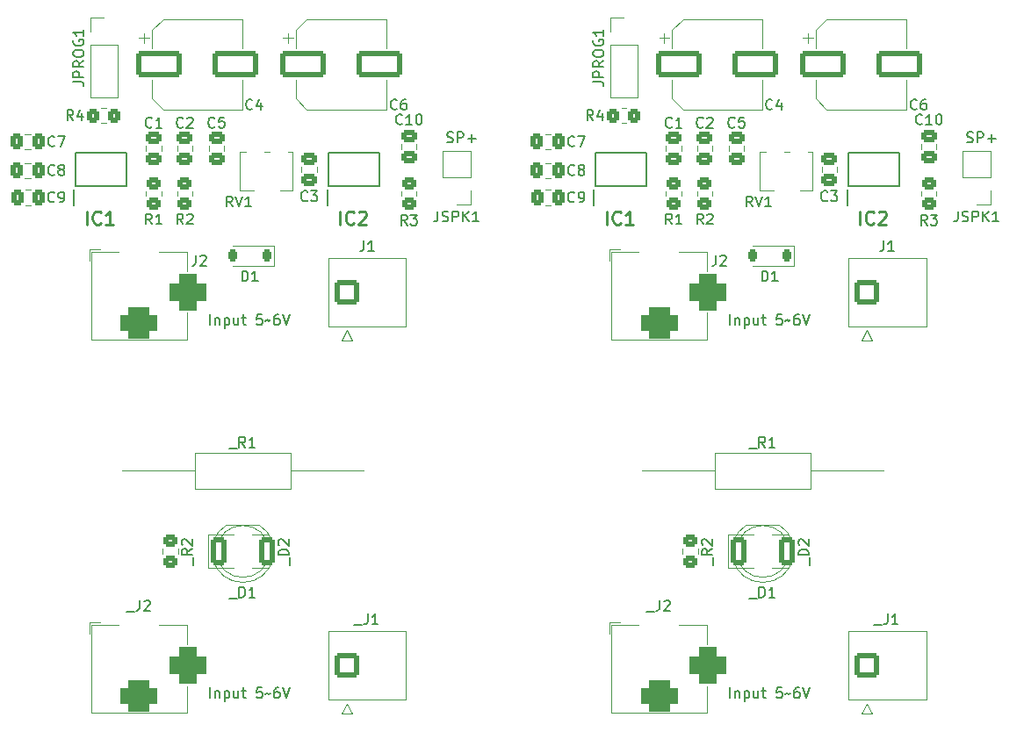
<source format=gbr>
%TF.GenerationSoftware,KiCad,Pcbnew,7.0.10*%
%TF.CreationDate,2024-03-03T12:06:43+01:00*%
%TF.ProjectId,explorer-panel,6578706c-6f72-4657-922d-70616e656c2e,rev?*%
%TF.SameCoordinates,Original*%
%TF.FileFunction,Legend,Top*%
%TF.FilePolarity,Positive*%
%FSLAX46Y46*%
G04 Gerber Fmt 4.6, Leading zero omitted, Abs format (unit mm)*
G04 Created by KiCad (PCBNEW 7.0.10) date 2024-03-03 12:06:43*
%MOMM*%
%LPD*%
G01*
G04 APERTURE LIST*
G04 Aperture macros list*
%AMRoundRect*
0 Rectangle with rounded corners*
0 $1 Rounding radius*
0 $2 $3 $4 $5 $6 $7 $8 $9 X,Y pos of 4 corners*
0 Add a 4 corners polygon primitive as box body*
4,1,4,$2,$3,$4,$5,$6,$7,$8,$9,$2,$3,0*
0 Add four circle primitives for the rounded corners*
1,1,$1+$1,$2,$3*
1,1,$1+$1,$4,$5*
1,1,$1+$1,$6,$7*
1,1,$1+$1,$8,$9*
0 Add four rect primitives between the rounded corners*
20,1,$1+$1,$2,$3,$4,$5,0*
20,1,$1+$1,$4,$5,$6,$7,0*
20,1,$1+$1,$6,$7,$8,$9,0*
20,1,$1+$1,$8,$9,$2,$3,0*%
G04 Aperture macros list end*
%ADD10C,0.150000*%
%ADD11C,0.254000*%
%ADD12C,0.120000*%
%ADD13C,0.200000*%
%ADD14C,0.500000*%
%ADD15RoundRect,0.250000X0.450000X-0.350000X0.450000X0.350000X-0.450000X0.350000X-0.450000X-0.350000X0*%
%ADD16R,3.500000X3.500000*%
%ADD17RoundRect,0.750000X1.000000X-0.750000X1.000000X0.750000X-1.000000X0.750000X-1.000000X-0.750000X0*%
%ADD18RoundRect,0.875000X0.875000X-0.875000X0.875000X0.875000X-0.875000X0.875000X-0.875000X-0.875000X0*%
%ADD19C,3.200000*%
%ADD20RoundRect,0.225000X0.225000X0.375000X-0.225000X0.375000X-0.225000X-0.375000X0.225000X-0.375000X0*%
%ADD21RoundRect,0.250000X0.475000X-0.337500X0.475000X0.337500X-0.475000X0.337500X-0.475000X-0.337500X0*%
%ADD22RoundRect,0.250001X-0.949999X-0.949999X0.949999X-0.949999X0.949999X0.949999X-0.949999X0.949999X0*%
%ADD23C,2.400000*%
%ADD24R,1.800000X1.800000*%
%ADD25C,1.800000*%
%ADD26RoundRect,0.250000X-1.950000X-1.000000X1.950000X-1.000000X1.950000X1.000000X-1.950000X1.000000X0*%
%ADD27R,1.700000X1.700000*%
%ADD28O,1.700000X1.700000*%
%ADD29R,0.650000X1.525000*%
%ADD30C,3.000000*%
%ADD31RoundRect,0.249999X-0.512501X-1.075001X0.512501X-1.075001X0.512501X1.075001X-0.512501X1.075001X0*%
%ADD32RoundRect,0.250000X0.337500X0.475000X-0.337500X0.475000X-0.337500X-0.475000X0.337500X-0.475000X0*%
%ADD33RoundRect,0.250000X-0.450000X0.350000X-0.450000X-0.350000X0.450000X-0.350000X0.450000X0.350000X0*%
%ADD34RoundRect,0.250000X-0.350000X-0.450000X0.350000X-0.450000X0.350000X0.450000X-0.350000X0.450000X0*%
%ADD35C,1.600000*%
%ADD36O,1.600000X1.600000*%
%ADD37R,1.300000X1.900000*%
%ADD38R,2.000000X1.900000*%
G04 APERTURE END LIST*
D10*
X71038779Y-66666819D02*
X71038779Y-65666819D01*
X71514969Y-66000152D02*
X71514969Y-66666819D01*
X71514969Y-66095390D02*
X71562588Y-66047771D01*
X71562588Y-66047771D02*
X71657826Y-66000152D01*
X71657826Y-66000152D02*
X71800683Y-66000152D01*
X71800683Y-66000152D02*
X71895921Y-66047771D01*
X71895921Y-66047771D02*
X71943540Y-66143009D01*
X71943540Y-66143009D02*
X71943540Y-66666819D01*
X72419731Y-66000152D02*
X72419731Y-67000152D01*
X72419731Y-66047771D02*
X72514969Y-66000152D01*
X72514969Y-66000152D02*
X72705445Y-66000152D01*
X72705445Y-66000152D02*
X72800683Y-66047771D01*
X72800683Y-66047771D02*
X72848302Y-66095390D01*
X72848302Y-66095390D02*
X72895921Y-66190628D01*
X72895921Y-66190628D02*
X72895921Y-66476342D01*
X72895921Y-66476342D02*
X72848302Y-66571580D01*
X72848302Y-66571580D02*
X72800683Y-66619200D01*
X72800683Y-66619200D02*
X72705445Y-66666819D01*
X72705445Y-66666819D02*
X72514969Y-66666819D01*
X72514969Y-66666819D02*
X72419731Y-66619200D01*
X73753064Y-66000152D02*
X73753064Y-66666819D01*
X73324493Y-66000152D02*
X73324493Y-66523961D01*
X73324493Y-66523961D02*
X73372112Y-66619200D01*
X73372112Y-66619200D02*
X73467350Y-66666819D01*
X73467350Y-66666819D02*
X73610207Y-66666819D01*
X73610207Y-66666819D02*
X73705445Y-66619200D01*
X73705445Y-66619200D02*
X73753064Y-66571580D01*
X74086398Y-66000152D02*
X74467350Y-66000152D01*
X74229255Y-65666819D02*
X74229255Y-66523961D01*
X74229255Y-66523961D02*
X74276874Y-66619200D01*
X74276874Y-66619200D02*
X74372112Y-66666819D01*
X74372112Y-66666819D02*
X74467350Y-66666819D01*
X76038779Y-65666819D02*
X75562589Y-65666819D01*
X75562589Y-65666819D02*
X75514970Y-66143009D01*
X75514970Y-66143009D02*
X75562589Y-66095390D01*
X75562589Y-66095390D02*
X75657827Y-66047771D01*
X75657827Y-66047771D02*
X75895922Y-66047771D01*
X75895922Y-66047771D02*
X75991160Y-66095390D01*
X75991160Y-66095390D02*
X76038779Y-66143009D01*
X76038779Y-66143009D02*
X76086398Y-66238247D01*
X76086398Y-66238247D02*
X76086398Y-66476342D01*
X76086398Y-66476342D02*
X76038779Y-66571580D01*
X76038779Y-66571580D02*
X75991160Y-66619200D01*
X75991160Y-66619200D02*
X75895922Y-66666819D01*
X75895922Y-66666819D02*
X75657827Y-66666819D01*
X75657827Y-66666819D02*
X75562589Y-66619200D01*
X75562589Y-66619200D02*
X75514970Y-66571580D01*
X76372113Y-66285866D02*
X76419732Y-66238247D01*
X76419732Y-66238247D02*
X76514970Y-66190628D01*
X76514970Y-66190628D02*
X76705446Y-66285866D01*
X76705446Y-66285866D02*
X76800684Y-66238247D01*
X76800684Y-66238247D02*
X76848303Y-66190628D01*
X77657827Y-65666819D02*
X77467351Y-65666819D01*
X77467351Y-65666819D02*
X77372113Y-65714438D01*
X77372113Y-65714438D02*
X77324494Y-65762057D01*
X77324494Y-65762057D02*
X77229256Y-65904914D01*
X77229256Y-65904914D02*
X77181637Y-66095390D01*
X77181637Y-66095390D02*
X77181637Y-66476342D01*
X77181637Y-66476342D02*
X77229256Y-66571580D01*
X77229256Y-66571580D02*
X77276875Y-66619200D01*
X77276875Y-66619200D02*
X77372113Y-66666819D01*
X77372113Y-66666819D02*
X77562589Y-66666819D01*
X77562589Y-66666819D02*
X77657827Y-66619200D01*
X77657827Y-66619200D02*
X77705446Y-66571580D01*
X77705446Y-66571580D02*
X77753065Y-66476342D01*
X77753065Y-66476342D02*
X77753065Y-66238247D01*
X77753065Y-66238247D02*
X77705446Y-66143009D01*
X77705446Y-66143009D02*
X77657827Y-66095390D01*
X77657827Y-66095390D02*
X77562589Y-66047771D01*
X77562589Y-66047771D02*
X77372113Y-66047771D01*
X77372113Y-66047771D02*
X77276875Y-66095390D01*
X77276875Y-66095390D02*
X77229256Y-66143009D01*
X77229256Y-66143009D02*
X77181637Y-66238247D01*
X78038780Y-65666819D02*
X78372113Y-66666819D01*
X78372113Y-66666819D02*
X78705446Y-65666819D01*
X93881160Y-13022200D02*
X94024017Y-13069819D01*
X94024017Y-13069819D02*
X94262112Y-13069819D01*
X94262112Y-13069819D02*
X94357350Y-13022200D01*
X94357350Y-13022200D02*
X94404969Y-12974580D01*
X94404969Y-12974580D02*
X94452588Y-12879342D01*
X94452588Y-12879342D02*
X94452588Y-12784104D01*
X94452588Y-12784104D02*
X94404969Y-12688866D01*
X94404969Y-12688866D02*
X94357350Y-12641247D01*
X94357350Y-12641247D02*
X94262112Y-12593628D01*
X94262112Y-12593628D02*
X94071636Y-12546009D01*
X94071636Y-12546009D02*
X93976398Y-12498390D01*
X93976398Y-12498390D02*
X93928779Y-12450771D01*
X93928779Y-12450771D02*
X93881160Y-12355533D01*
X93881160Y-12355533D02*
X93881160Y-12260295D01*
X93881160Y-12260295D02*
X93928779Y-12165057D01*
X93928779Y-12165057D02*
X93976398Y-12117438D01*
X93976398Y-12117438D02*
X94071636Y-12069819D01*
X94071636Y-12069819D02*
X94309731Y-12069819D01*
X94309731Y-12069819D02*
X94452588Y-12117438D01*
X94881160Y-13069819D02*
X94881160Y-12069819D01*
X94881160Y-12069819D02*
X95262112Y-12069819D01*
X95262112Y-12069819D02*
X95357350Y-12117438D01*
X95357350Y-12117438D02*
X95404969Y-12165057D01*
X95404969Y-12165057D02*
X95452588Y-12260295D01*
X95452588Y-12260295D02*
X95452588Y-12403152D01*
X95452588Y-12403152D02*
X95404969Y-12498390D01*
X95404969Y-12498390D02*
X95357350Y-12546009D01*
X95357350Y-12546009D02*
X95262112Y-12593628D01*
X95262112Y-12593628D02*
X94881160Y-12593628D01*
X95881160Y-12688866D02*
X96643065Y-12688866D01*
X96262112Y-13069819D02*
X96262112Y-12307914D01*
X43753160Y-13022200D02*
X43896017Y-13069819D01*
X43896017Y-13069819D02*
X44134112Y-13069819D01*
X44134112Y-13069819D02*
X44229350Y-13022200D01*
X44229350Y-13022200D02*
X44276969Y-12974580D01*
X44276969Y-12974580D02*
X44324588Y-12879342D01*
X44324588Y-12879342D02*
X44324588Y-12784104D01*
X44324588Y-12784104D02*
X44276969Y-12688866D01*
X44276969Y-12688866D02*
X44229350Y-12641247D01*
X44229350Y-12641247D02*
X44134112Y-12593628D01*
X44134112Y-12593628D02*
X43943636Y-12546009D01*
X43943636Y-12546009D02*
X43848398Y-12498390D01*
X43848398Y-12498390D02*
X43800779Y-12450771D01*
X43800779Y-12450771D02*
X43753160Y-12355533D01*
X43753160Y-12355533D02*
X43753160Y-12260295D01*
X43753160Y-12260295D02*
X43800779Y-12165057D01*
X43800779Y-12165057D02*
X43848398Y-12117438D01*
X43848398Y-12117438D02*
X43943636Y-12069819D01*
X43943636Y-12069819D02*
X44181731Y-12069819D01*
X44181731Y-12069819D02*
X44324588Y-12117438D01*
X44753160Y-13069819D02*
X44753160Y-12069819D01*
X44753160Y-12069819D02*
X45134112Y-12069819D01*
X45134112Y-12069819D02*
X45229350Y-12117438D01*
X45229350Y-12117438D02*
X45276969Y-12165057D01*
X45276969Y-12165057D02*
X45324588Y-12260295D01*
X45324588Y-12260295D02*
X45324588Y-12403152D01*
X45324588Y-12403152D02*
X45276969Y-12498390D01*
X45276969Y-12498390D02*
X45229350Y-12546009D01*
X45229350Y-12546009D02*
X45134112Y-12593628D01*
X45134112Y-12593628D02*
X44753160Y-12593628D01*
X45753160Y-12688866D02*
X46515065Y-12688866D01*
X46134112Y-13069819D02*
X46134112Y-12307914D01*
X20910779Y-66666819D02*
X20910779Y-65666819D01*
X21386969Y-66000152D02*
X21386969Y-66666819D01*
X21386969Y-66095390D02*
X21434588Y-66047771D01*
X21434588Y-66047771D02*
X21529826Y-66000152D01*
X21529826Y-66000152D02*
X21672683Y-66000152D01*
X21672683Y-66000152D02*
X21767921Y-66047771D01*
X21767921Y-66047771D02*
X21815540Y-66143009D01*
X21815540Y-66143009D02*
X21815540Y-66666819D01*
X22291731Y-66000152D02*
X22291731Y-67000152D01*
X22291731Y-66047771D02*
X22386969Y-66000152D01*
X22386969Y-66000152D02*
X22577445Y-66000152D01*
X22577445Y-66000152D02*
X22672683Y-66047771D01*
X22672683Y-66047771D02*
X22720302Y-66095390D01*
X22720302Y-66095390D02*
X22767921Y-66190628D01*
X22767921Y-66190628D02*
X22767921Y-66476342D01*
X22767921Y-66476342D02*
X22720302Y-66571580D01*
X22720302Y-66571580D02*
X22672683Y-66619200D01*
X22672683Y-66619200D02*
X22577445Y-66666819D01*
X22577445Y-66666819D02*
X22386969Y-66666819D01*
X22386969Y-66666819D02*
X22291731Y-66619200D01*
X23625064Y-66000152D02*
X23625064Y-66666819D01*
X23196493Y-66000152D02*
X23196493Y-66523961D01*
X23196493Y-66523961D02*
X23244112Y-66619200D01*
X23244112Y-66619200D02*
X23339350Y-66666819D01*
X23339350Y-66666819D02*
X23482207Y-66666819D01*
X23482207Y-66666819D02*
X23577445Y-66619200D01*
X23577445Y-66619200D02*
X23625064Y-66571580D01*
X23958398Y-66000152D02*
X24339350Y-66000152D01*
X24101255Y-65666819D02*
X24101255Y-66523961D01*
X24101255Y-66523961D02*
X24148874Y-66619200D01*
X24148874Y-66619200D02*
X24244112Y-66666819D01*
X24244112Y-66666819D02*
X24339350Y-66666819D01*
X25910779Y-65666819D02*
X25434589Y-65666819D01*
X25434589Y-65666819D02*
X25386970Y-66143009D01*
X25386970Y-66143009D02*
X25434589Y-66095390D01*
X25434589Y-66095390D02*
X25529827Y-66047771D01*
X25529827Y-66047771D02*
X25767922Y-66047771D01*
X25767922Y-66047771D02*
X25863160Y-66095390D01*
X25863160Y-66095390D02*
X25910779Y-66143009D01*
X25910779Y-66143009D02*
X25958398Y-66238247D01*
X25958398Y-66238247D02*
X25958398Y-66476342D01*
X25958398Y-66476342D02*
X25910779Y-66571580D01*
X25910779Y-66571580D02*
X25863160Y-66619200D01*
X25863160Y-66619200D02*
X25767922Y-66666819D01*
X25767922Y-66666819D02*
X25529827Y-66666819D01*
X25529827Y-66666819D02*
X25434589Y-66619200D01*
X25434589Y-66619200D02*
X25386970Y-66571580D01*
X26244113Y-66285866D02*
X26291732Y-66238247D01*
X26291732Y-66238247D02*
X26386970Y-66190628D01*
X26386970Y-66190628D02*
X26577446Y-66285866D01*
X26577446Y-66285866D02*
X26672684Y-66238247D01*
X26672684Y-66238247D02*
X26720303Y-66190628D01*
X27529827Y-65666819D02*
X27339351Y-65666819D01*
X27339351Y-65666819D02*
X27244113Y-65714438D01*
X27244113Y-65714438D02*
X27196494Y-65762057D01*
X27196494Y-65762057D02*
X27101256Y-65904914D01*
X27101256Y-65904914D02*
X27053637Y-66095390D01*
X27053637Y-66095390D02*
X27053637Y-66476342D01*
X27053637Y-66476342D02*
X27101256Y-66571580D01*
X27101256Y-66571580D02*
X27148875Y-66619200D01*
X27148875Y-66619200D02*
X27244113Y-66666819D01*
X27244113Y-66666819D02*
X27434589Y-66666819D01*
X27434589Y-66666819D02*
X27529827Y-66619200D01*
X27529827Y-66619200D02*
X27577446Y-66571580D01*
X27577446Y-66571580D02*
X27625065Y-66476342D01*
X27625065Y-66476342D02*
X27625065Y-66238247D01*
X27625065Y-66238247D02*
X27577446Y-66143009D01*
X27577446Y-66143009D02*
X27529827Y-66095390D01*
X27529827Y-66095390D02*
X27434589Y-66047771D01*
X27434589Y-66047771D02*
X27244113Y-66047771D01*
X27244113Y-66047771D02*
X27148875Y-66095390D01*
X27148875Y-66095390D02*
X27101256Y-66143009D01*
X27101256Y-66143009D02*
X27053637Y-66238247D01*
X27910780Y-65666819D02*
X28244113Y-66666819D01*
X28244113Y-66666819D02*
X28577446Y-65666819D01*
X20910779Y-30666819D02*
X20910779Y-29666819D01*
X21386969Y-30000152D02*
X21386969Y-30666819D01*
X21386969Y-30095390D02*
X21434588Y-30047771D01*
X21434588Y-30047771D02*
X21529826Y-30000152D01*
X21529826Y-30000152D02*
X21672683Y-30000152D01*
X21672683Y-30000152D02*
X21767921Y-30047771D01*
X21767921Y-30047771D02*
X21815540Y-30143009D01*
X21815540Y-30143009D02*
X21815540Y-30666819D01*
X22291731Y-30000152D02*
X22291731Y-31000152D01*
X22291731Y-30047771D02*
X22386969Y-30000152D01*
X22386969Y-30000152D02*
X22577445Y-30000152D01*
X22577445Y-30000152D02*
X22672683Y-30047771D01*
X22672683Y-30047771D02*
X22720302Y-30095390D01*
X22720302Y-30095390D02*
X22767921Y-30190628D01*
X22767921Y-30190628D02*
X22767921Y-30476342D01*
X22767921Y-30476342D02*
X22720302Y-30571580D01*
X22720302Y-30571580D02*
X22672683Y-30619200D01*
X22672683Y-30619200D02*
X22577445Y-30666819D01*
X22577445Y-30666819D02*
X22386969Y-30666819D01*
X22386969Y-30666819D02*
X22291731Y-30619200D01*
X23625064Y-30000152D02*
X23625064Y-30666819D01*
X23196493Y-30000152D02*
X23196493Y-30523961D01*
X23196493Y-30523961D02*
X23244112Y-30619200D01*
X23244112Y-30619200D02*
X23339350Y-30666819D01*
X23339350Y-30666819D02*
X23482207Y-30666819D01*
X23482207Y-30666819D02*
X23577445Y-30619200D01*
X23577445Y-30619200D02*
X23625064Y-30571580D01*
X23958398Y-30000152D02*
X24339350Y-30000152D01*
X24101255Y-29666819D02*
X24101255Y-30523961D01*
X24101255Y-30523961D02*
X24148874Y-30619200D01*
X24148874Y-30619200D02*
X24244112Y-30666819D01*
X24244112Y-30666819D02*
X24339350Y-30666819D01*
X25910779Y-29666819D02*
X25434589Y-29666819D01*
X25434589Y-29666819D02*
X25386970Y-30143009D01*
X25386970Y-30143009D02*
X25434589Y-30095390D01*
X25434589Y-30095390D02*
X25529827Y-30047771D01*
X25529827Y-30047771D02*
X25767922Y-30047771D01*
X25767922Y-30047771D02*
X25863160Y-30095390D01*
X25863160Y-30095390D02*
X25910779Y-30143009D01*
X25910779Y-30143009D02*
X25958398Y-30238247D01*
X25958398Y-30238247D02*
X25958398Y-30476342D01*
X25958398Y-30476342D02*
X25910779Y-30571580D01*
X25910779Y-30571580D02*
X25863160Y-30619200D01*
X25863160Y-30619200D02*
X25767922Y-30666819D01*
X25767922Y-30666819D02*
X25529827Y-30666819D01*
X25529827Y-30666819D02*
X25434589Y-30619200D01*
X25434589Y-30619200D02*
X25386970Y-30571580D01*
X26244113Y-30285866D02*
X26291732Y-30238247D01*
X26291732Y-30238247D02*
X26386970Y-30190628D01*
X26386970Y-30190628D02*
X26577446Y-30285866D01*
X26577446Y-30285866D02*
X26672684Y-30238247D01*
X26672684Y-30238247D02*
X26720303Y-30190628D01*
X27529827Y-29666819D02*
X27339351Y-29666819D01*
X27339351Y-29666819D02*
X27244113Y-29714438D01*
X27244113Y-29714438D02*
X27196494Y-29762057D01*
X27196494Y-29762057D02*
X27101256Y-29904914D01*
X27101256Y-29904914D02*
X27053637Y-30095390D01*
X27053637Y-30095390D02*
X27053637Y-30476342D01*
X27053637Y-30476342D02*
X27101256Y-30571580D01*
X27101256Y-30571580D02*
X27148875Y-30619200D01*
X27148875Y-30619200D02*
X27244113Y-30666819D01*
X27244113Y-30666819D02*
X27434589Y-30666819D01*
X27434589Y-30666819D02*
X27529827Y-30619200D01*
X27529827Y-30619200D02*
X27577446Y-30571580D01*
X27577446Y-30571580D02*
X27625065Y-30476342D01*
X27625065Y-30476342D02*
X27625065Y-30238247D01*
X27625065Y-30238247D02*
X27577446Y-30143009D01*
X27577446Y-30143009D02*
X27529827Y-30095390D01*
X27529827Y-30095390D02*
X27434589Y-30047771D01*
X27434589Y-30047771D02*
X27244113Y-30047771D01*
X27244113Y-30047771D02*
X27148875Y-30095390D01*
X27148875Y-30095390D02*
X27101256Y-30143009D01*
X27101256Y-30143009D02*
X27053637Y-30238247D01*
X27910780Y-29666819D02*
X28244113Y-30666819D01*
X28244113Y-30666819D02*
X28577446Y-29666819D01*
X71038779Y-30666819D02*
X71038779Y-29666819D01*
X71514969Y-30000152D02*
X71514969Y-30666819D01*
X71514969Y-30095390D02*
X71562588Y-30047771D01*
X71562588Y-30047771D02*
X71657826Y-30000152D01*
X71657826Y-30000152D02*
X71800683Y-30000152D01*
X71800683Y-30000152D02*
X71895921Y-30047771D01*
X71895921Y-30047771D02*
X71943540Y-30143009D01*
X71943540Y-30143009D02*
X71943540Y-30666819D01*
X72419731Y-30000152D02*
X72419731Y-31000152D01*
X72419731Y-30047771D02*
X72514969Y-30000152D01*
X72514969Y-30000152D02*
X72705445Y-30000152D01*
X72705445Y-30000152D02*
X72800683Y-30047771D01*
X72800683Y-30047771D02*
X72848302Y-30095390D01*
X72848302Y-30095390D02*
X72895921Y-30190628D01*
X72895921Y-30190628D02*
X72895921Y-30476342D01*
X72895921Y-30476342D02*
X72848302Y-30571580D01*
X72848302Y-30571580D02*
X72800683Y-30619200D01*
X72800683Y-30619200D02*
X72705445Y-30666819D01*
X72705445Y-30666819D02*
X72514969Y-30666819D01*
X72514969Y-30666819D02*
X72419731Y-30619200D01*
X73753064Y-30000152D02*
X73753064Y-30666819D01*
X73324493Y-30000152D02*
X73324493Y-30523961D01*
X73324493Y-30523961D02*
X73372112Y-30619200D01*
X73372112Y-30619200D02*
X73467350Y-30666819D01*
X73467350Y-30666819D02*
X73610207Y-30666819D01*
X73610207Y-30666819D02*
X73705445Y-30619200D01*
X73705445Y-30619200D02*
X73753064Y-30571580D01*
X74086398Y-30000152D02*
X74467350Y-30000152D01*
X74229255Y-29666819D02*
X74229255Y-30523961D01*
X74229255Y-30523961D02*
X74276874Y-30619200D01*
X74276874Y-30619200D02*
X74372112Y-30666819D01*
X74372112Y-30666819D02*
X74467350Y-30666819D01*
X76038779Y-29666819D02*
X75562589Y-29666819D01*
X75562589Y-29666819D02*
X75514970Y-30143009D01*
X75514970Y-30143009D02*
X75562589Y-30095390D01*
X75562589Y-30095390D02*
X75657827Y-30047771D01*
X75657827Y-30047771D02*
X75895922Y-30047771D01*
X75895922Y-30047771D02*
X75991160Y-30095390D01*
X75991160Y-30095390D02*
X76038779Y-30143009D01*
X76038779Y-30143009D02*
X76086398Y-30238247D01*
X76086398Y-30238247D02*
X76086398Y-30476342D01*
X76086398Y-30476342D02*
X76038779Y-30571580D01*
X76038779Y-30571580D02*
X75991160Y-30619200D01*
X75991160Y-30619200D02*
X75895922Y-30666819D01*
X75895922Y-30666819D02*
X75657827Y-30666819D01*
X75657827Y-30666819D02*
X75562589Y-30619200D01*
X75562589Y-30619200D02*
X75514970Y-30571580D01*
X76372113Y-30285866D02*
X76419732Y-30238247D01*
X76419732Y-30238247D02*
X76514970Y-30190628D01*
X76514970Y-30190628D02*
X76705446Y-30285866D01*
X76705446Y-30285866D02*
X76800684Y-30238247D01*
X76800684Y-30238247D02*
X76848303Y-30190628D01*
X77657827Y-29666819D02*
X77467351Y-29666819D01*
X77467351Y-29666819D02*
X77372113Y-29714438D01*
X77372113Y-29714438D02*
X77324494Y-29762057D01*
X77324494Y-29762057D02*
X77229256Y-29904914D01*
X77229256Y-29904914D02*
X77181637Y-30095390D01*
X77181637Y-30095390D02*
X77181637Y-30476342D01*
X77181637Y-30476342D02*
X77229256Y-30571580D01*
X77229256Y-30571580D02*
X77276875Y-30619200D01*
X77276875Y-30619200D02*
X77372113Y-30666819D01*
X77372113Y-30666819D02*
X77562589Y-30666819D01*
X77562589Y-30666819D02*
X77657827Y-30619200D01*
X77657827Y-30619200D02*
X77705446Y-30571580D01*
X77705446Y-30571580D02*
X77753065Y-30476342D01*
X77753065Y-30476342D02*
X77753065Y-30238247D01*
X77753065Y-30238247D02*
X77705446Y-30143009D01*
X77705446Y-30143009D02*
X77657827Y-30095390D01*
X77657827Y-30095390D02*
X77562589Y-30047771D01*
X77562589Y-30047771D02*
X77372113Y-30047771D01*
X77372113Y-30047771D02*
X77276875Y-30095390D01*
X77276875Y-30095390D02*
X77229256Y-30143009D01*
X77229256Y-30143009D02*
X77181637Y-30238247D01*
X78038780Y-29666819D02*
X78372113Y-30666819D01*
X78372113Y-30666819D02*
X78705446Y-29666819D01*
X65425333Y-20954819D02*
X65092000Y-20478628D01*
X64853905Y-20954819D02*
X64853905Y-19954819D01*
X64853905Y-19954819D02*
X65234857Y-19954819D01*
X65234857Y-19954819D02*
X65330095Y-20002438D01*
X65330095Y-20002438D02*
X65377714Y-20050057D01*
X65377714Y-20050057D02*
X65425333Y-20145295D01*
X65425333Y-20145295D02*
X65425333Y-20288152D01*
X65425333Y-20288152D02*
X65377714Y-20383390D01*
X65377714Y-20383390D02*
X65330095Y-20431009D01*
X65330095Y-20431009D02*
X65234857Y-20478628D01*
X65234857Y-20478628D02*
X64853905Y-20478628D01*
X66377714Y-20954819D02*
X65806286Y-20954819D01*
X66092000Y-20954819D02*
X66092000Y-19954819D01*
X66092000Y-19954819D02*
X65996762Y-20097676D01*
X65996762Y-20097676D02*
X65901524Y-20192914D01*
X65901524Y-20192914D02*
X65806286Y-20240533D01*
X69658666Y-23954819D02*
X69658666Y-24669104D01*
X69658666Y-24669104D02*
X69611047Y-24811961D01*
X69611047Y-24811961D02*
X69515809Y-24907200D01*
X69515809Y-24907200D02*
X69372952Y-24954819D01*
X69372952Y-24954819D02*
X69277714Y-24954819D01*
X70087238Y-24050057D02*
X70134857Y-24002438D01*
X70134857Y-24002438D02*
X70230095Y-23954819D01*
X70230095Y-23954819D02*
X70468190Y-23954819D01*
X70468190Y-23954819D02*
X70563428Y-24002438D01*
X70563428Y-24002438D02*
X70611047Y-24050057D01*
X70611047Y-24050057D02*
X70658666Y-24145295D01*
X70658666Y-24145295D02*
X70658666Y-24240533D01*
X70658666Y-24240533D02*
X70611047Y-24383390D01*
X70611047Y-24383390D02*
X70039619Y-24954819D01*
X70039619Y-24954819D02*
X70658666Y-24954819D01*
X23975905Y-26454819D02*
X23975905Y-25454819D01*
X23975905Y-25454819D02*
X24214000Y-25454819D01*
X24214000Y-25454819D02*
X24356857Y-25502438D01*
X24356857Y-25502438D02*
X24452095Y-25597676D01*
X24452095Y-25597676D02*
X24499714Y-25692914D01*
X24499714Y-25692914D02*
X24547333Y-25883390D01*
X24547333Y-25883390D02*
X24547333Y-26026247D01*
X24547333Y-26026247D02*
X24499714Y-26216723D01*
X24499714Y-26216723D02*
X24452095Y-26311961D01*
X24452095Y-26311961D02*
X24356857Y-26407200D01*
X24356857Y-26407200D02*
X24214000Y-26454819D01*
X24214000Y-26454819D02*
X23975905Y-26454819D01*
X25499714Y-26454819D02*
X24928286Y-26454819D01*
X25214000Y-26454819D02*
X25214000Y-25454819D01*
X25214000Y-25454819D02*
X25118762Y-25597676D01*
X25118762Y-25597676D02*
X25023524Y-25692914D01*
X25023524Y-25692914D02*
X24928286Y-25740533D01*
X18297333Y-11559580D02*
X18249714Y-11607200D01*
X18249714Y-11607200D02*
X18106857Y-11654819D01*
X18106857Y-11654819D02*
X18011619Y-11654819D01*
X18011619Y-11654819D02*
X17868762Y-11607200D01*
X17868762Y-11607200D02*
X17773524Y-11511961D01*
X17773524Y-11511961D02*
X17725905Y-11416723D01*
X17725905Y-11416723D02*
X17678286Y-11226247D01*
X17678286Y-11226247D02*
X17678286Y-11083390D01*
X17678286Y-11083390D02*
X17725905Y-10892914D01*
X17725905Y-10892914D02*
X17773524Y-10797676D01*
X17773524Y-10797676D02*
X17868762Y-10702438D01*
X17868762Y-10702438D02*
X18011619Y-10654819D01*
X18011619Y-10654819D02*
X18106857Y-10654819D01*
X18106857Y-10654819D02*
X18249714Y-10702438D01*
X18249714Y-10702438D02*
X18297333Y-10750057D01*
X18678286Y-10750057D02*
X18725905Y-10702438D01*
X18725905Y-10702438D02*
X18821143Y-10654819D01*
X18821143Y-10654819D02*
X19059238Y-10654819D01*
X19059238Y-10654819D02*
X19154476Y-10702438D01*
X19154476Y-10702438D02*
X19202095Y-10750057D01*
X19202095Y-10750057D02*
X19249714Y-10845295D01*
X19249714Y-10845295D02*
X19249714Y-10940533D01*
X19249714Y-10940533D02*
X19202095Y-11083390D01*
X19202095Y-11083390D02*
X18630667Y-11654819D01*
X18630667Y-11654819D02*
X19249714Y-11654819D01*
X34805905Y-59650057D02*
X35567809Y-59650057D01*
X36091619Y-58554819D02*
X36091619Y-59269104D01*
X36091619Y-59269104D02*
X36044000Y-59411961D01*
X36044000Y-59411961D02*
X35948762Y-59507200D01*
X35948762Y-59507200D02*
X35805905Y-59554819D01*
X35805905Y-59554819D02*
X35710667Y-59554819D01*
X37091619Y-59554819D02*
X36520191Y-59554819D01*
X36805905Y-59554819D02*
X36805905Y-58554819D01*
X36805905Y-58554819D02*
X36710667Y-58697676D01*
X36710667Y-58697676D02*
X36615429Y-58792914D01*
X36615429Y-58792914D02*
X36520191Y-58840533D01*
X78702057Y-53877143D02*
X78702057Y-53115238D01*
X78606819Y-52877142D02*
X77606819Y-52877142D01*
X77606819Y-52877142D02*
X77606819Y-52639047D01*
X77606819Y-52639047D02*
X77654438Y-52496190D01*
X77654438Y-52496190D02*
X77749676Y-52400952D01*
X77749676Y-52400952D02*
X77844914Y-52353333D01*
X77844914Y-52353333D02*
X78035390Y-52305714D01*
X78035390Y-52305714D02*
X78178247Y-52305714D01*
X78178247Y-52305714D02*
X78368723Y-52353333D01*
X78368723Y-52353333D02*
X78463961Y-52400952D01*
X78463961Y-52400952D02*
X78559200Y-52496190D01*
X78559200Y-52496190D02*
X78606819Y-52639047D01*
X78606819Y-52639047D02*
X78606819Y-52877142D01*
X77702057Y-51924761D02*
X77654438Y-51877142D01*
X77654438Y-51877142D02*
X77606819Y-51781904D01*
X77606819Y-51781904D02*
X77606819Y-51543809D01*
X77606819Y-51543809D02*
X77654438Y-51448571D01*
X77654438Y-51448571D02*
X77702057Y-51400952D01*
X77702057Y-51400952D02*
X77797295Y-51353333D01*
X77797295Y-51353333D02*
X77892533Y-51353333D01*
X77892533Y-51353333D02*
X78035390Y-51400952D01*
X78035390Y-51400952D02*
X78606819Y-51972380D01*
X78606819Y-51972380D02*
X78606819Y-51353333D01*
X24979333Y-9820580D02*
X24931714Y-9868200D01*
X24931714Y-9868200D02*
X24788857Y-9915819D01*
X24788857Y-9915819D02*
X24693619Y-9915819D01*
X24693619Y-9915819D02*
X24550762Y-9868200D01*
X24550762Y-9868200D02*
X24455524Y-9772961D01*
X24455524Y-9772961D02*
X24407905Y-9677723D01*
X24407905Y-9677723D02*
X24360286Y-9487247D01*
X24360286Y-9487247D02*
X24360286Y-9344390D01*
X24360286Y-9344390D02*
X24407905Y-9153914D01*
X24407905Y-9153914D02*
X24455524Y-9058676D01*
X24455524Y-9058676D02*
X24550762Y-8963438D01*
X24550762Y-8963438D02*
X24693619Y-8915819D01*
X24693619Y-8915819D02*
X24788857Y-8915819D01*
X24788857Y-8915819D02*
X24931714Y-8963438D01*
X24931714Y-8963438D02*
X24979333Y-9011057D01*
X25836476Y-9249152D02*
X25836476Y-9915819D01*
X25598381Y-8868200D02*
X25360286Y-9582485D01*
X25360286Y-9582485D02*
X25979333Y-9582485D01*
X7709819Y-7246142D02*
X8424104Y-7246142D01*
X8424104Y-7246142D02*
X8566961Y-7293761D01*
X8566961Y-7293761D02*
X8662200Y-7388999D01*
X8662200Y-7388999D02*
X8709819Y-7531856D01*
X8709819Y-7531856D02*
X8709819Y-7627094D01*
X8709819Y-6769951D02*
X7709819Y-6769951D01*
X7709819Y-6769951D02*
X7709819Y-6388999D01*
X7709819Y-6388999D02*
X7757438Y-6293761D01*
X7757438Y-6293761D02*
X7805057Y-6246142D01*
X7805057Y-6246142D02*
X7900295Y-6198523D01*
X7900295Y-6198523D02*
X8043152Y-6198523D01*
X8043152Y-6198523D02*
X8138390Y-6246142D01*
X8138390Y-6246142D02*
X8186009Y-6293761D01*
X8186009Y-6293761D02*
X8233628Y-6388999D01*
X8233628Y-6388999D02*
X8233628Y-6769951D01*
X8709819Y-5198523D02*
X8233628Y-5531856D01*
X8709819Y-5769951D02*
X7709819Y-5769951D01*
X7709819Y-5769951D02*
X7709819Y-5388999D01*
X7709819Y-5388999D02*
X7757438Y-5293761D01*
X7757438Y-5293761D02*
X7805057Y-5246142D01*
X7805057Y-5246142D02*
X7900295Y-5198523D01*
X7900295Y-5198523D02*
X8043152Y-5198523D01*
X8043152Y-5198523D02*
X8138390Y-5246142D01*
X8138390Y-5246142D02*
X8186009Y-5293761D01*
X8186009Y-5293761D02*
X8233628Y-5388999D01*
X8233628Y-5388999D02*
X8233628Y-5769951D01*
X7709819Y-4579475D02*
X7709819Y-4388999D01*
X7709819Y-4388999D02*
X7757438Y-4293761D01*
X7757438Y-4293761D02*
X7852676Y-4198523D01*
X7852676Y-4198523D02*
X8043152Y-4150904D01*
X8043152Y-4150904D02*
X8376485Y-4150904D01*
X8376485Y-4150904D02*
X8566961Y-4198523D01*
X8566961Y-4198523D02*
X8662200Y-4293761D01*
X8662200Y-4293761D02*
X8709819Y-4388999D01*
X8709819Y-4388999D02*
X8709819Y-4579475D01*
X8709819Y-4579475D02*
X8662200Y-4674713D01*
X8662200Y-4674713D02*
X8566961Y-4769951D01*
X8566961Y-4769951D02*
X8376485Y-4817570D01*
X8376485Y-4817570D02*
X8043152Y-4817570D01*
X8043152Y-4817570D02*
X7852676Y-4769951D01*
X7852676Y-4769951D02*
X7757438Y-4674713D01*
X7757438Y-4674713D02*
X7709819Y-4579475D01*
X7757438Y-3198523D02*
X7709819Y-3293761D01*
X7709819Y-3293761D02*
X7709819Y-3436618D01*
X7709819Y-3436618D02*
X7757438Y-3579475D01*
X7757438Y-3579475D02*
X7852676Y-3674713D01*
X7852676Y-3674713D02*
X7947914Y-3722332D01*
X7947914Y-3722332D02*
X8138390Y-3769951D01*
X8138390Y-3769951D02*
X8281247Y-3769951D01*
X8281247Y-3769951D02*
X8471723Y-3722332D01*
X8471723Y-3722332D02*
X8566961Y-3674713D01*
X8566961Y-3674713D02*
X8662200Y-3579475D01*
X8662200Y-3579475D02*
X8709819Y-3436618D01*
X8709819Y-3436618D02*
X8709819Y-3341380D01*
X8709819Y-3341380D02*
X8662200Y-3198523D01*
X8662200Y-3198523D02*
X8614580Y-3150904D01*
X8614580Y-3150904D02*
X8281247Y-3150904D01*
X8281247Y-3150904D02*
X8281247Y-3341380D01*
X8709819Y-2198523D02*
X8709819Y-2769951D01*
X8709819Y-2484237D02*
X7709819Y-2484237D01*
X7709819Y-2484237D02*
X7852676Y-2579475D01*
X7852676Y-2579475D02*
X7947914Y-2674713D01*
X7947914Y-2674713D02*
X7995533Y-2769951D01*
X15297333Y-20954819D02*
X14964000Y-20478628D01*
X14725905Y-20954819D02*
X14725905Y-19954819D01*
X14725905Y-19954819D02*
X15106857Y-19954819D01*
X15106857Y-19954819D02*
X15202095Y-20002438D01*
X15202095Y-20002438D02*
X15249714Y-20050057D01*
X15249714Y-20050057D02*
X15297333Y-20145295D01*
X15297333Y-20145295D02*
X15297333Y-20288152D01*
X15297333Y-20288152D02*
X15249714Y-20383390D01*
X15249714Y-20383390D02*
X15202095Y-20431009D01*
X15202095Y-20431009D02*
X15106857Y-20478628D01*
X15106857Y-20478628D02*
X14725905Y-20478628D01*
X16249714Y-20954819D02*
X15678286Y-20954819D01*
X15964000Y-20954819D02*
X15964000Y-19954819D01*
X15964000Y-19954819D02*
X15868762Y-20097676D01*
X15868762Y-20097676D02*
X15773524Y-20192914D01*
X15773524Y-20192914D02*
X15678286Y-20240533D01*
D11*
X59152237Y-20974318D02*
X59152237Y-19704318D01*
X60482714Y-20853365D02*
X60422238Y-20913842D01*
X60422238Y-20913842D02*
X60240809Y-20974318D01*
X60240809Y-20974318D02*
X60119857Y-20974318D01*
X60119857Y-20974318D02*
X59938428Y-20913842D01*
X59938428Y-20913842D02*
X59817476Y-20792889D01*
X59817476Y-20792889D02*
X59756999Y-20671937D01*
X59756999Y-20671937D02*
X59696523Y-20430032D01*
X59696523Y-20430032D02*
X59696523Y-20248603D01*
X59696523Y-20248603D02*
X59756999Y-20006699D01*
X59756999Y-20006699D02*
X59817476Y-19885746D01*
X59817476Y-19885746D02*
X59938428Y-19764794D01*
X59938428Y-19764794D02*
X60119857Y-19704318D01*
X60119857Y-19704318D02*
X60240809Y-19704318D01*
X60240809Y-19704318D02*
X60422238Y-19764794D01*
X60422238Y-19764794D02*
X60482714Y-19825270D01*
X61692238Y-20974318D02*
X60966523Y-20974318D01*
X61329380Y-20974318D02*
X61329380Y-19704318D01*
X61329380Y-19704318D02*
X61208428Y-19885746D01*
X61208428Y-19885746D02*
X61087476Y-20006699D01*
X61087476Y-20006699D02*
X60966523Y-20067175D01*
D10*
X72834857Y-57050057D02*
X73596761Y-57050057D01*
X73834857Y-56954819D02*
X73834857Y-55954819D01*
X73834857Y-55954819D02*
X74072952Y-55954819D01*
X74072952Y-55954819D02*
X74215809Y-56002438D01*
X74215809Y-56002438D02*
X74311047Y-56097676D01*
X74311047Y-56097676D02*
X74358666Y-56192914D01*
X74358666Y-56192914D02*
X74406285Y-56383390D01*
X74406285Y-56383390D02*
X74406285Y-56526247D01*
X74406285Y-56526247D02*
X74358666Y-56716723D01*
X74358666Y-56716723D02*
X74311047Y-56811961D01*
X74311047Y-56811961D02*
X74215809Y-56907200D01*
X74215809Y-56907200D02*
X74072952Y-56954819D01*
X74072952Y-56954819D02*
X73834857Y-56954819D01*
X75358666Y-56954819D02*
X74787238Y-56954819D01*
X75072952Y-56954819D02*
X75072952Y-55954819D01*
X75072952Y-55954819D02*
X74977714Y-56097676D01*
X74977714Y-56097676D02*
X74882476Y-56192914D01*
X74882476Y-56192914D02*
X74787238Y-56240533D01*
X35710666Y-22554819D02*
X35710666Y-23269104D01*
X35710666Y-23269104D02*
X35663047Y-23411961D01*
X35663047Y-23411961D02*
X35567809Y-23507200D01*
X35567809Y-23507200D02*
X35424952Y-23554819D01*
X35424952Y-23554819D02*
X35329714Y-23554819D01*
X36710666Y-23554819D02*
X36139238Y-23554819D01*
X36424952Y-23554819D02*
X36424952Y-22554819D01*
X36424952Y-22554819D02*
X36329714Y-22697676D01*
X36329714Y-22697676D02*
X36234476Y-22792914D01*
X36234476Y-22792914D02*
X36139238Y-22840533D01*
X38911333Y-9820580D02*
X38863714Y-9868200D01*
X38863714Y-9868200D02*
X38720857Y-9915819D01*
X38720857Y-9915819D02*
X38625619Y-9915819D01*
X38625619Y-9915819D02*
X38482762Y-9868200D01*
X38482762Y-9868200D02*
X38387524Y-9772961D01*
X38387524Y-9772961D02*
X38339905Y-9677723D01*
X38339905Y-9677723D02*
X38292286Y-9487247D01*
X38292286Y-9487247D02*
X38292286Y-9344390D01*
X38292286Y-9344390D02*
X38339905Y-9153914D01*
X38339905Y-9153914D02*
X38387524Y-9058676D01*
X38387524Y-9058676D02*
X38482762Y-8963438D01*
X38482762Y-8963438D02*
X38625619Y-8915819D01*
X38625619Y-8915819D02*
X38720857Y-8915819D01*
X38720857Y-8915819D02*
X38863714Y-8963438D01*
X38863714Y-8963438D02*
X38911333Y-9011057D01*
X39768476Y-8915819D02*
X39578000Y-8915819D01*
X39578000Y-8915819D02*
X39482762Y-8963438D01*
X39482762Y-8963438D02*
X39435143Y-9011057D01*
X39435143Y-9011057D02*
X39339905Y-9153914D01*
X39339905Y-9153914D02*
X39292286Y-9344390D01*
X39292286Y-9344390D02*
X39292286Y-9725342D01*
X39292286Y-9725342D02*
X39339905Y-9820580D01*
X39339905Y-9820580D02*
X39387524Y-9868200D01*
X39387524Y-9868200D02*
X39482762Y-9915819D01*
X39482762Y-9915819D02*
X39673238Y-9915819D01*
X39673238Y-9915819D02*
X39768476Y-9868200D01*
X39768476Y-9868200D02*
X39816095Y-9820580D01*
X39816095Y-9820580D02*
X39863714Y-9725342D01*
X39863714Y-9725342D02*
X39863714Y-9487247D01*
X39863714Y-9487247D02*
X39816095Y-9392009D01*
X39816095Y-9392009D02*
X39768476Y-9344390D01*
X39768476Y-9344390D02*
X39673238Y-9296771D01*
X39673238Y-9296771D02*
X39482762Y-9296771D01*
X39482762Y-9296771D02*
X39387524Y-9344390D01*
X39387524Y-9344390D02*
X39339905Y-9392009D01*
X39339905Y-9392009D02*
X39292286Y-9487247D01*
X56025333Y-16147580D02*
X55977714Y-16195200D01*
X55977714Y-16195200D02*
X55834857Y-16242819D01*
X55834857Y-16242819D02*
X55739619Y-16242819D01*
X55739619Y-16242819D02*
X55596762Y-16195200D01*
X55596762Y-16195200D02*
X55501524Y-16099961D01*
X55501524Y-16099961D02*
X55453905Y-16004723D01*
X55453905Y-16004723D02*
X55406286Y-15814247D01*
X55406286Y-15814247D02*
X55406286Y-15671390D01*
X55406286Y-15671390D02*
X55453905Y-15480914D01*
X55453905Y-15480914D02*
X55501524Y-15385676D01*
X55501524Y-15385676D02*
X55596762Y-15290438D01*
X55596762Y-15290438D02*
X55739619Y-15242819D01*
X55739619Y-15242819D02*
X55834857Y-15242819D01*
X55834857Y-15242819D02*
X55977714Y-15290438D01*
X55977714Y-15290438D02*
X56025333Y-15338057D01*
X56596762Y-15671390D02*
X56501524Y-15623771D01*
X56501524Y-15623771D02*
X56453905Y-15576152D01*
X56453905Y-15576152D02*
X56406286Y-15480914D01*
X56406286Y-15480914D02*
X56406286Y-15433295D01*
X56406286Y-15433295D02*
X56453905Y-15338057D01*
X56453905Y-15338057D02*
X56501524Y-15290438D01*
X56501524Y-15290438D02*
X56596762Y-15242819D01*
X56596762Y-15242819D02*
X56787238Y-15242819D01*
X56787238Y-15242819D02*
X56882476Y-15290438D01*
X56882476Y-15290438D02*
X56930095Y-15338057D01*
X56930095Y-15338057D02*
X56977714Y-15433295D01*
X56977714Y-15433295D02*
X56977714Y-15480914D01*
X56977714Y-15480914D02*
X56930095Y-15576152D01*
X56930095Y-15576152D02*
X56882476Y-15623771D01*
X56882476Y-15623771D02*
X56787238Y-15671390D01*
X56787238Y-15671390D02*
X56596762Y-15671390D01*
X56596762Y-15671390D02*
X56501524Y-15719009D01*
X56501524Y-15719009D02*
X56453905Y-15766628D01*
X56453905Y-15766628D02*
X56406286Y-15861866D01*
X56406286Y-15861866D02*
X56406286Y-16052342D01*
X56406286Y-16052342D02*
X56453905Y-16147580D01*
X56453905Y-16147580D02*
X56501524Y-16195200D01*
X56501524Y-16195200D02*
X56596762Y-16242819D01*
X56596762Y-16242819D02*
X56787238Y-16242819D01*
X56787238Y-16242819D02*
X56882476Y-16195200D01*
X56882476Y-16195200D02*
X56930095Y-16147580D01*
X56930095Y-16147580D02*
X56977714Y-16052342D01*
X56977714Y-16052342D02*
X56977714Y-15861866D01*
X56977714Y-15861866D02*
X56930095Y-15766628D01*
X56930095Y-15766628D02*
X56882476Y-15719009D01*
X56882476Y-15719009D02*
X56787238Y-15671390D01*
X56025333Y-18747580D02*
X55977714Y-18795200D01*
X55977714Y-18795200D02*
X55834857Y-18842819D01*
X55834857Y-18842819D02*
X55739619Y-18842819D01*
X55739619Y-18842819D02*
X55596762Y-18795200D01*
X55596762Y-18795200D02*
X55501524Y-18699961D01*
X55501524Y-18699961D02*
X55453905Y-18604723D01*
X55453905Y-18604723D02*
X55406286Y-18414247D01*
X55406286Y-18414247D02*
X55406286Y-18271390D01*
X55406286Y-18271390D02*
X55453905Y-18080914D01*
X55453905Y-18080914D02*
X55501524Y-17985676D01*
X55501524Y-17985676D02*
X55596762Y-17890438D01*
X55596762Y-17890438D02*
X55739619Y-17842819D01*
X55739619Y-17842819D02*
X55834857Y-17842819D01*
X55834857Y-17842819D02*
X55977714Y-17890438D01*
X55977714Y-17890438D02*
X56025333Y-17938057D01*
X56501524Y-18842819D02*
X56692000Y-18842819D01*
X56692000Y-18842819D02*
X56787238Y-18795200D01*
X56787238Y-18795200D02*
X56834857Y-18747580D01*
X56834857Y-18747580D02*
X56930095Y-18604723D01*
X56930095Y-18604723D02*
X56977714Y-18414247D01*
X56977714Y-18414247D02*
X56977714Y-18033295D01*
X56977714Y-18033295D02*
X56930095Y-17938057D01*
X56930095Y-17938057D02*
X56882476Y-17890438D01*
X56882476Y-17890438D02*
X56787238Y-17842819D01*
X56787238Y-17842819D02*
X56596762Y-17842819D01*
X56596762Y-17842819D02*
X56501524Y-17890438D01*
X56501524Y-17890438D02*
X56453905Y-17938057D01*
X56453905Y-17938057D02*
X56406286Y-18033295D01*
X56406286Y-18033295D02*
X56406286Y-18271390D01*
X56406286Y-18271390D02*
X56453905Y-18366628D01*
X56453905Y-18366628D02*
X56501524Y-18414247D01*
X56501524Y-18414247D02*
X56596762Y-18461866D01*
X56596762Y-18461866D02*
X56787238Y-18461866D01*
X56787238Y-18461866D02*
X56882476Y-18414247D01*
X56882476Y-18414247D02*
X56930095Y-18366628D01*
X56930095Y-18366628D02*
X56977714Y-18271390D01*
X65425333Y-11559580D02*
X65377714Y-11607200D01*
X65377714Y-11607200D02*
X65234857Y-11654819D01*
X65234857Y-11654819D02*
X65139619Y-11654819D01*
X65139619Y-11654819D02*
X64996762Y-11607200D01*
X64996762Y-11607200D02*
X64901524Y-11511961D01*
X64901524Y-11511961D02*
X64853905Y-11416723D01*
X64853905Y-11416723D02*
X64806286Y-11226247D01*
X64806286Y-11226247D02*
X64806286Y-11083390D01*
X64806286Y-11083390D02*
X64853905Y-10892914D01*
X64853905Y-10892914D02*
X64901524Y-10797676D01*
X64901524Y-10797676D02*
X64996762Y-10702438D01*
X64996762Y-10702438D02*
X65139619Y-10654819D01*
X65139619Y-10654819D02*
X65234857Y-10654819D01*
X65234857Y-10654819D02*
X65377714Y-10702438D01*
X65377714Y-10702438D02*
X65425333Y-10750057D01*
X66377714Y-11654819D02*
X65806286Y-11654819D01*
X66092000Y-11654819D02*
X66092000Y-10654819D01*
X66092000Y-10654819D02*
X65996762Y-10797676D01*
X65996762Y-10797676D02*
X65901524Y-10892914D01*
X65901524Y-10892914D02*
X65806286Y-10940533D01*
X19264057Y-53857143D02*
X19264057Y-53095238D01*
X19168819Y-52285714D02*
X18692628Y-52619047D01*
X19168819Y-52857142D02*
X18168819Y-52857142D01*
X18168819Y-52857142D02*
X18168819Y-52476190D01*
X18168819Y-52476190D02*
X18216438Y-52380952D01*
X18216438Y-52380952D02*
X18264057Y-52333333D01*
X18264057Y-52333333D02*
X18359295Y-52285714D01*
X18359295Y-52285714D02*
X18502152Y-52285714D01*
X18502152Y-52285714D02*
X18597390Y-52333333D01*
X18597390Y-52333333D02*
X18645009Y-52380952D01*
X18645009Y-52380952D02*
X18692628Y-52476190D01*
X18692628Y-52476190D02*
X18692628Y-52857142D01*
X18264057Y-51904761D02*
X18216438Y-51857142D01*
X18216438Y-51857142D02*
X18168819Y-51761904D01*
X18168819Y-51761904D02*
X18168819Y-51523809D01*
X18168819Y-51523809D02*
X18216438Y-51428571D01*
X18216438Y-51428571D02*
X18264057Y-51380952D01*
X18264057Y-51380952D02*
X18359295Y-51333333D01*
X18359295Y-51333333D02*
X18454533Y-51333333D01*
X18454533Y-51333333D02*
X18597390Y-51380952D01*
X18597390Y-51380952D02*
X19168819Y-51952380D01*
X19168819Y-51952380D02*
X19168819Y-51333333D01*
X89549142Y-11259580D02*
X89501523Y-11307200D01*
X89501523Y-11307200D02*
X89358666Y-11354819D01*
X89358666Y-11354819D02*
X89263428Y-11354819D01*
X89263428Y-11354819D02*
X89120571Y-11307200D01*
X89120571Y-11307200D02*
X89025333Y-11211961D01*
X89025333Y-11211961D02*
X88977714Y-11116723D01*
X88977714Y-11116723D02*
X88930095Y-10926247D01*
X88930095Y-10926247D02*
X88930095Y-10783390D01*
X88930095Y-10783390D02*
X88977714Y-10592914D01*
X88977714Y-10592914D02*
X89025333Y-10497676D01*
X89025333Y-10497676D02*
X89120571Y-10402438D01*
X89120571Y-10402438D02*
X89263428Y-10354819D01*
X89263428Y-10354819D02*
X89358666Y-10354819D01*
X89358666Y-10354819D02*
X89501523Y-10402438D01*
X89501523Y-10402438D02*
X89549142Y-10450057D01*
X90501523Y-11354819D02*
X89930095Y-11354819D01*
X90215809Y-11354819D02*
X90215809Y-10354819D01*
X90215809Y-10354819D02*
X90120571Y-10497676D01*
X90120571Y-10497676D02*
X90025333Y-10592914D01*
X90025333Y-10592914D02*
X89930095Y-10640533D01*
X91120571Y-10354819D02*
X91215809Y-10354819D01*
X91215809Y-10354819D02*
X91311047Y-10402438D01*
X91311047Y-10402438D02*
X91358666Y-10450057D01*
X91358666Y-10450057D02*
X91406285Y-10545295D01*
X91406285Y-10545295D02*
X91453904Y-10735771D01*
X91453904Y-10735771D02*
X91453904Y-10973866D01*
X91453904Y-10973866D02*
X91406285Y-11164342D01*
X91406285Y-11164342D02*
X91358666Y-11259580D01*
X91358666Y-11259580D02*
X91311047Y-11307200D01*
X91311047Y-11307200D02*
X91215809Y-11354819D01*
X91215809Y-11354819D02*
X91120571Y-11354819D01*
X91120571Y-11354819D02*
X91025333Y-11307200D01*
X91025333Y-11307200D02*
X90977714Y-11259580D01*
X90977714Y-11259580D02*
X90930095Y-11164342D01*
X90930095Y-11164342D02*
X90882476Y-10973866D01*
X90882476Y-10973866D02*
X90882476Y-10735771D01*
X90882476Y-10735771D02*
X90930095Y-10545295D01*
X90930095Y-10545295D02*
X90977714Y-10450057D01*
X90977714Y-10450057D02*
X91025333Y-10402438D01*
X91025333Y-10402438D02*
X91120571Y-10354819D01*
X15297333Y-11559580D02*
X15249714Y-11607200D01*
X15249714Y-11607200D02*
X15106857Y-11654819D01*
X15106857Y-11654819D02*
X15011619Y-11654819D01*
X15011619Y-11654819D02*
X14868762Y-11607200D01*
X14868762Y-11607200D02*
X14773524Y-11511961D01*
X14773524Y-11511961D02*
X14725905Y-11416723D01*
X14725905Y-11416723D02*
X14678286Y-11226247D01*
X14678286Y-11226247D02*
X14678286Y-11083390D01*
X14678286Y-11083390D02*
X14725905Y-10892914D01*
X14725905Y-10892914D02*
X14773524Y-10797676D01*
X14773524Y-10797676D02*
X14868762Y-10702438D01*
X14868762Y-10702438D02*
X15011619Y-10654819D01*
X15011619Y-10654819D02*
X15106857Y-10654819D01*
X15106857Y-10654819D02*
X15249714Y-10702438D01*
X15249714Y-10702438D02*
X15297333Y-10750057D01*
X16249714Y-11654819D02*
X15678286Y-11654819D01*
X15964000Y-11654819D02*
X15964000Y-10654819D01*
X15964000Y-10654819D02*
X15868762Y-10797676D01*
X15868762Y-10797676D02*
X15773524Y-10892914D01*
X15773524Y-10892914D02*
X15678286Y-10940533D01*
X92982476Y-19704819D02*
X92982476Y-20419104D01*
X92982476Y-20419104D02*
X92934857Y-20561961D01*
X92934857Y-20561961D02*
X92839619Y-20657200D01*
X92839619Y-20657200D02*
X92696762Y-20704819D01*
X92696762Y-20704819D02*
X92601524Y-20704819D01*
X93411048Y-20657200D02*
X93553905Y-20704819D01*
X93553905Y-20704819D02*
X93792000Y-20704819D01*
X93792000Y-20704819D02*
X93887238Y-20657200D01*
X93887238Y-20657200D02*
X93934857Y-20609580D01*
X93934857Y-20609580D02*
X93982476Y-20514342D01*
X93982476Y-20514342D02*
X93982476Y-20419104D01*
X93982476Y-20419104D02*
X93934857Y-20323866D01*
X93934857Y-20323866D02*
X93887238Y-20276247D01*
X93887238Y-20276247D02*
X93792000Y-20228628D01*
X93792000Y-20228628D02*
X93601524Y-20181009D01*
X93601524Y-20181009D02*
X93506286Y-20133390D01*
X93506286Y-20133390D02*
X93458667Y-20085771D01*
X93458667Y-20085771D02*
X93411048Y-19990533D01*
X93411048Y-19990533D02*
X93411048Y-19895295D01*
X93411048Y-19895295D02*
X93458667Y-19800057D01*
X93458667Y-19800057D02*
X93506286Y-19752438D01*
X93506286Y-19752438D02*
X93601524Y-19704819D01*
X93601524Y-19704819D02*
X93839619Y-19704819D01*
X93839619Y-19704819D02*
X93982476Y-19752438D01*
X94411048Y-20704819D02*
X94411048Y-19704819D01*
X94411048Y-19704819D02*
X94792000Y-19704819D01*
X94792000Y-19704819D02*
X94887238Y-19752438D01*
X94887238Y-19752438D02*
X94934857Y-19800057D01*
X94934857Y-19800057D02*
X94982476Y-19895295D01*
X94982476Y-19895295D02*
X94982476Y-20038152D01*
X94982476Y-20038152D02*
X94934857Y-20133390D01*
X94934857Y-20133390D02*
X94887238Y-20181009D01*
X94887238Y-20181009D02*
X94792000Y-20228628D01*
X94792000Y-20228628D02*
X94411048Y-20228628D01*
X95411048Y-20704819D02*
X95411048Y-19704819D01*
X95982476Y-20704819D02*
X95553905Y-20133390D01*
X95982476Y-19704819D02*
X95411048Y-20276247D01*
X96934857Y-20704819D02*
X96363429Y-20704819D01*
X96649143Y-20704819D02*
X96649143Y-19704819D01*
X96649143Y-19704819D02*
X96553905Y-19847676D01*
X96553905Y-19847676D02*
X96458667Y-19942914D01*
X96458667Y-19942914D02*
X96363429Y-19990533D01*
X7707333Y-10931819D02*
X7374000Y-10455628D01*
X7135905Y-10931819D02*
X7135905Y-9931819D01*
X7135905Y-9931819D02*
X7516857Y-9931819D01*
X7516857Y-9931819D02*
X7612095Y-9979438D01*
X7612095Y-9979438D02*
X7659714Y-10027057D01*
X7659714Y-10027057D02*
X7707333Y-10122295D01*
X7707333Y-10122295D02*
X7707333Y-10265152D01*
X7707333Y-10265152D02*
X7659714Y-10360390D01*
X7659714Y-10360390D02*
X7612095Y-10408009D01*
X7612095Y-10408009D02*
X7516857Y-10455628D01*
X7516857Y-10455628D02*
X7135905Y-10455628D01*
X8564476Y-10265152D02*
X8564476Y-10931819D01*
X8326381Y-9884200D02*
X8088286Y-10598485D01*
X8088286Y-10598485D02*
X8707333Y-10598485D01*
X12825905Y-58350057D02*
X13587809Y-58350057D01*
X14111619Y-57254819D02*
X14111619Y-57969104D01*
X14111619Y-57969104D02*
X14064000Y-58111961D01*
X14064000Y-58111961D02*
X13968762Y-58207200D01*
X13968762Y-58207200D02*
X13825905Y-58254819D01*
X13825905Y-58254819D02*
X13730667Y-58254819D01*
X14540191Y-57350057D02*
X14587810Y-57302438D01*
X14587810Y-57302438D02*
X14683048Y-57254819D01*
X14683048Y-57254819D02*
X14921143Y-57254819D01*
X14921143Y-57254819D02*
X15016381Y-57302438D01*
X15016381Y-57302438D02*
X15064000Y-57350057D01*
X15064000Y-57350057D02*
X15111619Y-57445295D01*
X15111619Y-57445295D02*
X15111619Y-57540533D01*
X15111619Y-57540533D02*
X15064000Y-57683390D01*
X15064000Y-57683390D02*
X14492572Y-58254819D01*
X14492572Y-58254819D02*
X15111619Y-58254819D01*
X30297333Y-18647080D02*
X30249714Y-18694700D01*
X30249714Y-18694700D02*
X30106857Y-18742319D01*
X30106857Y-18742319D02*
X30011619Y-18742319D01*
X30011619Y-18742319D02*
X29868762Y-18694700D01*
X29868762Y-18694700D02*
X29773524Y-18599461D01*
X29773524Y-18599461D02*
X29725905Y-18504223D01*
X29725905Y-18504223D02*
X29678286Y-18313747D01*
X29678286Y-18313747D02*
X29678286Y-18170890D01*
X29678286Y-18170890D02*
X29725905Y-17980414D01*
X29725905Y-17980414D02*
X29773524Y-17885176D01*
X29773524Y-17885176D02*
X29868762Y-17789938D01*
X29868762Y-17789938D02*
X30011619Y-17742319D01*
X30011619Y-17742319D02*
X30106857Y-17742319D01*
X30106857Y-17742319D02*
X30249714Y-17789938D01*
X30249714Y-17789938D02*
X30297333Y-17837557D01*
X30630667Y-17742319D02*
X31249714Y-17742319D01*
X31249714Y-17742319D02*
X30916381Y-18123271D01*
X30916381Y-18123271D02*
X31059238Y-18123271D01*
X31059238Y-18123271D02*
X31154476Y-18170890D01*
X31154476Y-18170890D02*
X31202095Y-18218509D01*
X31202095Y-18218509D02*
X31249714Y-18313747D01*
X31249714Y-18313747D02*
X31249714Y-18551842D01*
X31249714Y-18551842D02*
X31202095Y-18647080D01*
X31202095Y-18647080D02*
X31154476Y-18694700D01*
X31154476Y-18694700D02*
X31059238Y-18742319D01*
X31059238Y-18742319D02*
X30773524Y-18742319D01*
X30773524Y-18742319D02*
X30678286Y-18694700D01*
X30678286Y-18694700D02*
X30630667Y-18647080D01*
X28574057Y-53877143D02*
X28574057Y-53115238D01*
X28478819Y-52877142D02*
X27478819Y-52877142D01*
X27478819Y-52877142D02*
X27478819Y-52639047D01*
X27478819Y-52639047D02*
X27526438Y-52496190D01*
X27526438Y-52496190D02*
X27621676Y-52400952D01*
X27621676Y-52400952D02*
X27716914Y-52353333D01*
X27716914Y-52353333D02*
X27907390Y-52305714D01*
X27907390Y-52305714D02*
X28050247Y-52305714D01*
X28050247Y-52305714D02*
X28240723Y-52353333D01*
X28240723Y-52353333D02*
X28335961Y-52400952D01*
X28335961Y-52400952D02*
X28431200Y-52496190D01*
X28431200Y-52496190D02*
X28478819Y-52639047D01*
X28478819Y-52639047D02*
X28478819Y-52877142D01*
X27574057Y-51924761D02*
X27526438Y-51877142D01*
X27526438Y-51877142D02*
X27478819Y-51781904D01*
X27478819Y-51781904D02*
X27478819Y-51543809D01*
X27478819Y-51543809D02*
X27526438Y-51448571D01*
X27526438Y-51448571D02*
X27574057Y-51400952D01*
X27574057Y-51400952D02*
X27669295Y-51353333D01*
X27669295Y-51353333D02*
X27764533Y-51353333D01*
X27764533Y-51353333D02*
X27907390Y-51400952D01*
X27907390Y-51400952D02*
X28478819Y-51972380D01*
X28478819Y-51972380D02*
X28478819Y-51353333D01*
X5897333Y-18747580D02*
X5849714Y-18795200D01*
X5849714Y-18795200D02*
X5706857Y-18842819D01*
X5706857Y-18842819D02*
X5611619Y-18842819D01*
X5611619Y-18842819D02*
X5468762Y-18795200D01*
X5468762Y-18795200D02*
X5373524Y-18699961D01*
X5373524Y-18699961D02*
X5325905Y-18604723D01*
X5325905Y-18604723D02*
X5278286Y-18414247D01*
X5278286Y-18414247D02*
X5278286Y-18271390D01*
X5278286Y-18271390D02*
X5325905Y-18080914D01*
X5325905Y-18080914D02*
X5373524Y-17985676D01*
X5373524Y-17985676D02*
X5468762Y-17890438D01*
X5468762Y-17890438D02*
X5611619Y-17842819D01*
X5611619Y-17842819D02*
X5706857Y-17842819D01*
X5706857Y-17842819D02*
X5849714Y-17890438D01*
X5849714Y-17890438D02*
X5897333Y-17938057D01*
X6373524Y-18842819D02*
X6564000Y-18842819D01*
X6564000Y-18842819D02*
X6659238Y-18795200D01*
X6659238Y-18795200D02*
X6706857Y-18747580D01*
X6706857Y-18747580D02*
X6802095Y-18604723D01*
X6802095Y-18604723D02*
X6849714Y-18414247D01*
X6849714Y-18414247D02*
X6849714Y-18033295D01*
X6849714Y-18033295D02*
X6802095Y-17938057D01*
X6802095Y-17938057D02*
X6754476Y-17890438D01*
X6754476Y-17890438D02*
X6659238Y-17842819D01*
X6659238Y-17842819D02*
X6468762Y-17842819D01*
X6468762Y-17842819D02*
X6373524Y-17890438D01*
X6373524Y-17890438D02*
X6325905Y-17938057D01*
X6325905Y-17938057D02*
X6278286Y-18033295D01*
X6278286Y-18033295D02*
X6278286Y-18271390D01*
X6278286Y-18271390D02*
X6325905Y-18366628D01*
X6325905Y-18366628D02*
X6373524Y-18414247D01*
X6373524Y-18414247D02*
X6468762Y-18461866D01*
X6468762Y-18461866D02*
X6659238Y-18461866D01*
X6659238Y-18461866D02*
X6754476Y-18414247D01*
X6754476Y-18414247D02*
X6802095Y-18366628D01*
X6802095Y-18366628D02*
X6849714Y-18271390D01*
X5897333Y-13359580D02*
X5849714Y-13407200D01*
X5849714Y-13407200D02*
X5706857Y-13454819D01*
X5706857Y-13454819D02*
X5611619Y-13454819D01*
X5611619Y-13454819D02*
X5468762Y-13407200D01*
X5468762Y-13407200D02*
X5373524Y-13311961D01*
X5373524Y-13311961D02*
X5325905Y-13216723D01*
X5325905Y-13216723D02*
X5278286Y-13026247D01*
X5278286Y-13026247D02*
X5278286Y-12883390D01*
X5278286Y-12883390D02*
X5325905Y-12692914D01*
X5325905Y-12692914D02*
X5373524Y-12597676D01*
X5373524Y-12597676D02*
X5468762Y-12502438D01*
X5468762Y-12502438D02*
X5611619Y-12454819D01*
X5611619Y-12454819D02*
X5706857Y-12454819D01*
X5706857Y-12454819D02*
X5849714Y-12502438D01*
X5849714Y-12502438D02*
X5897333Y-12550057D01*
X6230667Y-12454819D02*
X6897333Y-12454819D01*
X6897333Y-12454819D02*
X6468762Y-13454819D01*
X18297333Y-20954819D02*
X17964000Y-20478628D01*
X17725905Y-20954819D02*
X17725905Y-19954819D01*
X17725905Y-19954819D02*
X18106857Y-19954819D01*
X18106857Y-19954819D02*
X18202095Y-20002438D01*
X18202095Y-20002438D02*
X18249714Y-20050057D01*
X18249714Y-20050057D02*
X18297333Y-20145295D01*
X18297333Y-20145295D02*
X18297333Y-20288152D01*
X18297333Y-20288152D02*
X18249714Y-20383390D01*
X18249714Y-20383390D02*
X18202095Y-20431009D01*
X18202095Y-20431009D02*
X18106857Y-20478628D01*
X18106857Y-20478628D02*
X17725905Y-20478628D01*
X18678286Y-20050057D02*
X18725905Y-20002438D01*
X18725905Y-20002438D02*
X18821143Y-19954819D01*
X18821143Y-19954819D02*
X19059238Y-19954819D01*
X19059238Y-19954819D02*
X19154476Y-20002438D01*
X19154476Y-20002438D02*
X19202095Y-20050057D01*
X19202095Y-20050057D02*
X19249714Y-20145295D01*
X19249714Y-20145295D02*
X19249714Y-20240533D01*
X19249714Y-20240533D02*
X19202095Y-20383390D01*
X19202095Y-20383390D02*
X18630667Y-20954819D01*
X18630667Y-20954819D02*
X19249714Y-20954819D01*
X74103905Y-26454819D02*
X74103905Y-25454819D01*
X74103905Y-25454819D02*
X74342000Y-25454819D01*
X74342000Y-25454819D02*
X74484857Y-25502438D01*
X74484857Y-25502438D02*
X74580095Y-25597676D01*
X74580095Y-25597676D02*
X74627714Y-25692914D01*
X74627714Y-25692914D02*
X74675333Y-25883390D01*
X74675333Y-25883390D02*
X74675333Y-26026247D01*
X74675333Y-26026247D02*
X74627714Y-26216723D01*
X74627714Y-26216723D02*
X74580095Y-26311961D01*
X74580095Y-26311961D02*
X74484857Y-26407200D01*
X74484857Y-26407200D02*
X74342000Y-26454819D01*
X74342000Y-26454819D02*
X74103905Y-26454819D01*
X75627714Y-26454819D02*
X75056286Y-26454819D01*
X75342000Y-26454819D02*
X75342000Y-25454819D01*
X75342000Y-25454819D02*
X75246762Y-25597676D01*
X75246762Y-25597676D02*
X75151524Y-25692914D01*
X75151524Y-25692914D02*
X75056286Y-25740533D01*
X68425333Y-11559580D02*
X68377714Y-11607200D01*
X68377714Y-11607200D02*
X68234857Y-11654819D01*
X68234857Y-11654819D02*
X68139619Y-11654819D01*
X68139619Y-11654819D02*
X67996762Y-11607200D01*
X67996762Y-11607200D02*
X67901524Y-11511961D01*
X67901524Y-11511961D02*
X67853905Y-11416723D01*
X67853905Y-11416723D02*
X67806286Y-11226247D01*
X67806286Y-11226247D02*
X67806286Y-11083390D01*
X67806286Y-11083390D02*
X67853905Y-10892914D01*
X67853905Y-10892914D02*
X67901524Y-10797676D01*
X67901524Y-10797676D02*
X67996762Y-10702438D01*
X67996762Y-10702438D02*
X68139619Y-10654819D01*
X68139619Y-10654819D02*
X68234857Y-10654819D01*
X68234857Y-10654819D02*
X68377714Y-10702438D01*
X68377714Y-10702438D02*
X68425333Y-10750057D01*
X68806286Y-10750057D02*
X68853905Y-10702438D01*
X68853905Y-10702438D02*
X68949143Y-10654819D01*
X68949143Y-10654819D02*
X69187238Y-10654819D01*
X69187238Y-10654819D02*
X69282476Y-10702438D01*
X69282476Y-10702438D02*
X69330095Y-10750057D01*
X69330095Y-10750057D02*
X69377714Y-10845295D01*
X69377714Y-10845295D02*
X69377714Y-10940533D01*
X69377714Y-10940533D02*
X69330095Y-11083390D01*
X69330095Y-11083390D02*
X68758667Y-11654819D01*
X68758667Y-11654819D02*
X69377714Y-11654819D01*
X80425333Y-18647080D02*
X80377714Y-18694700D01*
X80377714Y-18694700D02*
X80234857Y-18742319D01*
X80234857Y-18742319D02*
X80139619Y-18742319D01*
X80139619Y-18742319D02*
X79996762Y-18694700D01*
X79996762Y-18694700D02*
X79901524Y-18599461D01*
X79901524Y-18599461D02*
X79853905Y-18504223D01*
X79853905Y-18504223D02*
X79806286Y-18313747D01*
X79806286Y-18313747D02*
X79806286Y-18170890D01*
X79806286Y-18170890D02*
X79853905Y-17980414D01*
X79853905Y-17980414D02*
X79901524Y-17885176D01*
X79901524Y-17885176D02*
X79996762Y-17789938D01*
X79996762Y-17789938D02*
X80139619Y-17742319D01*
X80139619Y-17742319D02*
X80234857Y-17742319D01*
X80234857Y-17742319D02*
X80377714Y-17789938D01*
X80377714Y-17789938D02*
X80425333Y-17837557D01*
X80758667Y-17742319D02*
X81377714Y-17742319D01*
X81377714Y-17742319D02*
X81044381Y-18123271D01*
X81044381Y-18123271D02*
X81187238Y-18123271D01*
X81187238Y-18123271D02*
X81282476Y-18170890D01*
X81282476Y-18170890D02*
X81330095Y-18218509D01*
X81330095Y-18218509D02*
X81377714Y-18313747D01*
X81377714Y-18313747D02*
X81377714Y-18551842D01*
X81377714Y-18551842D02*
X81330095Y-18647080D01*
X81330095Y-18647080D02*
X81282476Y-18694700D01*
X81282476Y-18694700D02*
X81187238Y-18742319D01*
X81187238Y-18742319D02*
X80901524Y-18742319D01*
X80901524Y-18742319D02*
X80806286Y-18694700D01*
X80806286Y-18694700D02*
X80758667Y-18647080D01*
X39421142Y-11259580D02*
X39373523Y-11307200D01*
X39373523Y-11307200D02*
X39230666Y-11354819D01*
X39230666Y-11354819D02*
X39135428Y-11354819D01*
X39135428Y-11354819D02*
X38992571Y-11307200D01*
X38992571Y-11307200D02*
X38897333Y-11211961D01*
X38897333Y-11211961D02*
X38849714Y-11116723D01*
X38849714Y-11116723D02*
X38802095Y-10926247D01*
X38802095Y-10926247D02*
X38802095Y-10783390D01*
X38802095Y-10783390D02*
X38849714Y-10592914D01*
X38849714Y-10592914D02*
X38897333Y-10497676D01*
X38897333Y-10497676D02*
X38992571Y-10402438D01*
X38992571Y-10402438D02*
X39135428Y-10354819D01*
X39135428Y-10354819D02*
X39230666Y-10354819D01*
X39230666Y-10354819D02*
X39373523Y-10402438D01*
X39373523Y-10402438D02*
X39421142Y-10450057D01*
X40373523Y-11354819D02*
X39802095Y-11354819D01*
X40087809Y-11354819D02*
X40087809Y-10354819D01*
X40087809Y-10354819D02*
X39992571Y-10497676D01*
X39992571Y-10497676D02*
X39897333Y-10592914D01*
X39897333Y-10592914D02*
X39802095Y-10640533D01*
X40992571Y-10354819D02*
X41087809Y-10354819D01*
X41087809Y-10354819D02*
X41183047Y-10402438D01*
X41183047Y-10402438D02*
X41230666Y-10450057D01*
X41230666Y-10450057D02*
X41278285Y-10545295D01*
X41278285Y-10545295D02*
X41325904Y-10735771D01*
X41325904Y-10735771D02*
X41325904Y-10973866D01*
X41325904Y-10973866D02*
X41278285Y-11164342D01*
X41278285Y-11164342D02*
X41230666Y-11259580D01*
X41230666Y-11259580D02*
X41183047Y-11307200D01*
X41183047Y-11307200D02*
X41087809Y-11354819D01*
X41087809Y-11354819D02*
X40992571Y-11354819D01*
X40992571Y-11354819D02*
X40897333Y-11307200D01*
X40897333Y-11307200D02*
X40849714Y-11259580D01*
X40849714Y-11259580D02*
X40802095Y-11164342D01*
X40802095Y-11164342D02*
X40754476Y-10973866D01*
X40754476Y-10973866D02*
X40754476Y-10735771D01*
X40754476Y-10735771D02*
X40802095Y-10545295D01*
X40802095Y-10545295D02*
X40849714Y-10450057D01*
X40849714Y-10450057D02*
X40897333Y-10402438D01*
X40897333Y-10402438D02*
X40992571Y-10354819D01*
X57837819Y-7246142D02*
X58552104Y-7246142D01*
X58552104Y-7246142D02*
X58694961Y-7293761D01*
X58694961Y-7293761D02*
X58790200Y-7388999D01*
X58790200Y-7388999D02*
X58837819Y-7531856D01*
X58837819Y-7531856D02*
X58837819Y-7627094D01*
X58837819Y-6769951D02*
X57837819Y-6769951D01*
X57837819Y-6769951D02*
X57837819Y-6388999D01*
X57837819Y-6388999D02*
X57885438Y-6293761D01*
X57885438Y-6293761D02*
X57933057Y-6246142D01*
X57933057Y-6246142D02*
X58028295Y-6198523D01*
X58028295Y-6198523D02*
X58171152Y-6198523D01*
X58171152Y-6198523D02*
X58266390Y-6246142D01*
X58266390Y-6246142D02*
X58314009Y-6293761D01*
X58314009Y-6293761D02*
X58361628Y-6388999D01*
X58361628Y-6388999D02*
X58361628Y-6769951D01*
X58837819Y-5198523D02*
X58361628Y-5531856D01*
X58837819Y-5769951D02*
X57837819Y-5769951D01*
X57837819Y-5769951D02*
X57837819Y-5388999D01*
X57837819Y-5388999D02*
X57885438Y-5293761D01*
X57885438Y-5293761D02*
X57933057Y-5246142D01*
X57933057Y-5246142D02*
X58028295Y-5198523D01*
X58028295Y-5198523D02*
X58171152Y-5198523D01*
X58171152Y-5198523D02*
X58266390Y-5246142D01*
X58266390Y-5246142D02*
X58314009Y-5293761D01*
X58314009Y-5293761D02*
X58361628Y-5388999D01*
X58361628Y-5388999D02*
X58361628Y-5769951D01*
X57837819Y-4579475D02*
X57837819Y-4388999D01*
X57837819Y-4388999D02*
X57885438Y-4293761D01*
X57885438Y-4293761D02*
X57980676Y-4198523D01*
X57980676Y-4198523D02*
X58171152Y-4150904D01*
X58171152Y-4150904D02*
X58504485Y-4150904D01*
X58504485Y-4150904D02*
X58694961Y-4198523D01*
X58694961Y-4198523D02*
X58790200Y-4293761D01*
X58790200Y-4293761D02*
X58837819Y-4388999D01*
X58837819Y-4388999D02*
X58837819Y-4579475D01*
X58837819Y-4579475D02*
X58790200Y-4674713D01*
X58790200Y-4674713D02*
X58694961Y-4769951D01*
X58694961Y-4769951D02*
X58504485Y-4817570D01*
X58504485Y-4817570D02*
X58171152Y-4817570D01*
X58171152Y-4817570D02*
X57980676Y-4769951D01*
X57980676Y-4769951D02*
X57885438Y-4674713D01*
X57885438Y-4674713D02*
X57837819Y-4579475D01*
X57885438Y-3198523D02*
X57837819Y-3293761D01*
X57837819Y-3293761D02*
X57837819Y-3436618D01*
X57837819Y-3436618D02*
X57885438Y-3579475D01*
X57885438Y-3579475D02*
X57980676Y-3674713D01*
X57980676Y-3674713D02*
X58075914Y-3722332D01*
X58075914Y-3722332D02*
X58266390Y-3769951D01*
X58266390Y-3769951D02*
X58409247Y-3769951D01*
X58409247Y-3769951D02*
X58599723Y-3722332D01*
X58599723Y-3722332D02*
X58694961Y-3674713D01*
X58694961Y-3674713D02*
X58790200Y-3579475D01*
X58790200Y-3579475D02*
X58837819Y-3436618D01*
X58837819Y-3436618D02*
X58837819Y-3341380D01*
X58837819Y-3341380D02*
X58790200Y-3198523D01*
X58790200Y-3198523D02*
X58742580Y-3150904D01*
X58742580Y-3150904D02*
X58409247Y-3150904D01*
X58409247Y-3150904D02*
X58409247Y-3341380D01*
X58837819Y-2198523D02*
X58837819Y-2769951D01*
X58837819Y-2484237D02*
X57837819Y-2484237D01*
X57837819Y-2484237D02*
X57980676Y-2579475D01*
X57980676Y-2579475D02*
X58075914Y-2674713D01*
X58075914Y-2674713D02*
X58123533Y-2769951D01*
D11*
X9024237Y-20974318D02*
X9024237Y-19704318D01*
X10354714Y-20853365D02*
X10294238Y-20913842D01*
X10294238Y-20913842D02*
X10112809Y-20974318D01*
X10112809Y-20974318D02*
X9991857Y-20974318D01*
X9991857Y-20974318D02*
X9810428Y-20913842D01*
X9810428Y-20913842D02*
X9689476Y-20792889D01*
X9689476Y-20792889D02*
X9628999Y-20671937D01*
X9628999Y-20671937D02*
X9568523Y-20430032D01*
X9568523Y-20430032D02*
X9568523Y-20248603D01*
X9568523Y-20248603D02*
X9628999Y-20006699D01*
X9628999Y-20006699D02*
X9689476Y-19885746D01*
X9689476Y-19885746D02*
X9810428Y-19764794D01*
X9810428Y-19764794D02*
X9991857Y-19704318D01*
X9991857Y-19704318D02*
X10112809Y-19704318D01*
X10112809Y-19704318D02*
X10294238Y-19764794D01*
X10294238Y-19764794D02*
X10354714Y-19825270D01*
X11564238Y-20974318D02*
X10838523Y-20974318D01*
X11201380Y-20974318D02*
X11201380Y-19704318D01*
X11201380Y-19704318D02*
X11080428Y-19885746D01*
X11080428Y-19885746D02*
X10959476Y-20006699D01*
X10959476Y-20006699D02*
X10838523Y-20067175D01*
D10*
X72834857Y-42580057D02*
X73596761Y-42580057D01*
X74406285Y-42484819D02*
X74072952Y-42008628D01*
X73834857Y-42484819D02*
X73834857Y-41484819D01*
X73834857Y-41484819D02*
X74215809Y-41484819D01*
X74215809Y-41484819D02*
X74311047Y-41532438D01*
X74311047Y-41532438D02*
X74358666Y-41580057D01*
X74358666Y-41580057D02*
X74406285Y-41675295D01*
X74406285Y-41675295D02*
X74406285Y-41818152D01*
X74406285Y-41818152D02*
X74358666Y-41913390D01*
X74358666Y-41913390D02*
X74311047Y-41961009D01*
X74311047Y-41961009D02*
X74215809Y-42008628D01*
X74215809Y-42008628D02*
X73834857Y-42008628D01*
X75358666Y-42484819D02*
X74787238Y-42484819D01*
X75072952Y-42484819D02*
X75072952Y-41484819D01*
X75072952Y-41484819D02*
X74977714Y-41627676D01*
X74977714Y-41627676D02*
X74882476Y-41722914D01*
X74882476Y-41722914D02*
X74787238Y-41770533D01*
D11*
X33424237Y-20974318D02*
X33424237Y-19704318D01*
X34754714Y-20853365D02*
X34694238Y-20913842D01*
X34694238Y-20913842D02*
X34512809Y-20974318D01*
X34512809Y-20974318D02*
X34391857Y-20974318D01*
X34391857Y-20974318D02*
X34210428Y-20913842D01*
X34210428Y-20913842D02*
X34089476Y-20792889D01*
X34089476Y-20792889D02*
X34028999Y-20671937D01*
X34028999Y-20671937D02*
X33968523Y-20430032D01*
X33968523Y-20430032D02*
X33968523Y-20248603D01*
X33968523Y-20248603D02*
X34028999Y-20006699D01*
X34028999Y-20006699D02*
X34089476Y-19885746D01*
X34089476Y-19885746D02*
X34210428Y-19764794D01*
X34210428Y-19764794D02*
X34391857Y-19704318D01*
X34391857Y-19704318D02*
X34512809Y-19704318D01*
X34512809Y-19704318D02*
X34694238Y-19764794D01*
X34694238Y-19764794D02*
X34754714Y-19825270D01*
X35238523Y-19825270D02*
X35298999Y-19764794D01*
X35298999Y-19764794D02*
X35419952Y-19704318D01*
X35419952Y-19704318D02*
X35722333Y-19704318D01*
X35722333Y-19704318D02*
X35843285Y-19764794D01*
X35843285Y-19764794D02*
X35903761Y-19825270D01*
X35903761Y-19825270D02*
X35964238Y-19946222D01*
X35964238Y-19946222D02*
X35964238Y-20067175D01*
X35964238Y-20067175D02*
X35903761Y-20248603D01*
X35903761Y-20248603D02*
X35178047Y-20974318D01*
X35178047Y-20974318D02*
X35964238Y-20974318D01*
D10*
X62953905Y-58350057D02*
X63715809Y-58350057D01*
X64239619Y-57254819D02*
X64239619Y-57969104D01*
X64239619Y-57969104D02*
X64192000Y-58111961D01*
X64192000Y-58111961D02*
X64096762Y-58207200D01*
X64096762Y-58207200D02*
X63953905Y-58254819D01*
X63953905Y-58254819D02*
X63858667Y-58254819D01*
X64668191Y-57350057D02*
X64715810Y-57302438D01*
X64715810Y-57302438D02*
X64811048Y-57254819D01*
X64811048Y-57254819D02*
X65049143Y-57254819D01*
X65049143Y-57254819D02*
X65144381Y-57302438D01*
X65144381Y-57302438D02*
X65192000Y-57350057D01*
X65192000Y-57350057D02*
X65239619Y-57445295D01*
X65239619Y-57445295D02*
X65239619Y-57540533D01*
X65239619Y-57540533D02*
X65192000Y-57683390D01*
X65192000Y-57683390D02*
X64620572Y-58254819D01*
X64620572Y-58254819D02*
X65239619Y-58254819D01*
X75107333Y-9820580D02*
X75059714Y-9868200D01*
X75059714Y-9868200D02*
X74916857Y-9915819D01*
X74916857Y-9915819D02*
X74821619Y-9915819D01*
X74821619Y-9915819D02*
X74678762Y-9868200D01*
X74678762Y-9868200D02*
X74583524Y-9772961D01*
X74583524Y-9772961D02*
X74535905Y-9677723D01*
X74535905Y-9677723D02*
X74488286Y-9487247D01*
X74488286Y-9487247D02*
X74488286Y-9344390D01*
X74488286Y-9344390D02*
X74535905Y-9153914D01*
X74535905Y-9153914D02*
X74583524Y-9058676D01*
X74583524Y-9058676D02*
X74678762Y-8963438D01*
X74678762Y-8963438D02*
X74821619Y-8915819D01*
X74821619Y-8915819D02*
X74916857Y-8915819D01*
X74916857Y-8915819D02*
X75059714Y-8963438D01*
X75059714Y-8963438D02*
X75107333Y-9011057D01*
X75964476Y-9249152D02*
X75964476Y-9915819D01*
X75726381Y-8868200D02*
X75488286Y-9582485D01*
X75488286Y-9582485D02*
X76107333Y-9582485D01*
X22706857Y-57050057D02*
X23468761Y-57050057D01*
X23706857Y-56954819D02*
X23706857Y-55954819D01*
X23706857Y-55954819D02*
X23944952Y-55954819D01*
X23944952Y-55954819D02*
X24087809Y-56002438D01*
X24087809Y-56002438D02*
X24183047Y-56097676D01*
X24183047Y-56097676D02*
X24230666Y-56192914D01*
X24230666Y-56192914D02*
X24278285Y-56383390D01*
X24278285Y-56383390D02*
X24278285Y-56526247D01*
X24278285Y-56526247D02*
X24230666Y-56716723D01*
X24230666Y-56716723D02*
X24183047Y-56811961D01*
X24183047Y-56811961D02*
X24087809Y-56907200D01*
X24087809Y-56907200D02*
X23944952Y-56954819D01*
X23944952Y-56954819D02*
X23706857Y-56954819D01*
X25230666Y-56954819D02*
X24659238Y-56954819D01*
X24944952Y-56954819D02*
X24944952Y-55954819D01*
X24944952Y-55954819D02*
X24849714Y-56097676D01*
X24849714Y-56097676D02*
X24754476Y-56192914D01*
X24754476Y-56192914D02*
X24659238Y-56240533D01*
X57835333Y-10931819D02*
X57502000Y-10455628D01*
X57263905Y-10931819D02*
X57263905Y-9931819D01*
X57263905Y-9931819D02*
X57644857Y-9931819D01*
X57644857Y-9931819D02*
X57740095Y-9979438D01*
X57740095Y-9979438D02*
X57787714Y-10027057D01*
X57787714Y-10027057D02*
X57835333Y-10122295D01*
X57835333Y-10122295D02*
X57835333Y-10265152D01*
X57835333Y-10265152D02*
X57787714Y-10360390D01*
X57787714Y-10360390D02*
X57740095Y-10408009D01*
X57740095Y-10408009D02*
X57644857Y-10455628D01*
X57644857Y-10455628D02*
X57263905Y-10455628D01*
X58692476Y-10265152D02*
X58692476Y-10931819D01*
X58454381Y-9884200D02*
X58216286Y-10598485D01*
X58216286Y-10598485D02*
X58835333Y-10598485D01*
X85838666Y-22554819D02*
X85838666Y-23269104D01*
X85838666Y-23269104D02*
X85791047Y-23411961D01*
X85791047Y-23411961D02*
X85695809Y-23507200D01*
X85695809Y-23507200D02*
X85552952Y-23554819D01*
X85552952Y-23554819D02*
X85457714Y-23554819D01*
X86838666Y-23554819D02*
X86267238Y-23554819D01*
X86552952Y-23554819D02*
X86552952Y-22554819D01*
X86552952Y-22554819D02*
X86457714Y-22697676D01*
X86457714Y-22697676D02*
X86362476Y-22792914D01*
X86362476Y-22792914D02*
X86267238Y-22840533D01*
X22706857Y-42580057D02*
X23468761Y-42580057D01*
X24278285Y-42484819D02*
X23944952Y-42008628D01*
X23706857Y-42484819D02*
X23706857Y-41484819D01*
X23706857Y-41484819D02*
X24087809Y-41484819D01*
X24087809Y-41484819D02*
X24183047Y-41532438D01*
X24183047Y-41532438D02*
X24230666Y-41580057D01*
X24230666Y-41580057D02*
X24278285Y-41675295D01*
X24278285Y-41675295D02*
X24278285Y-41818152D01*
X24278285Y-41818152D02*
X24230666Y-41913390D01*
X24230666Y-41913390D02*
X24183047Y-41961009D01*
X24183047Y-41961009D02*
X24087809Y-42008628D01*
X24087809Y-42008628D02*
X23706857Y-42008628D01*
X25230666Y-42484819D02*
X24659238Y-42484819D01*
X24944952Y-42484819D02*
X24944952Y-41484819D01*
X24944952Y-41484819D02*
X24849714Y-41627676D01*
X24849714Y-41627676D02*
X24754476Y-41722914D01*
X24754476Y-41722914D02*
X24659238Y-41770533D01*
X21347333Y-11559580D02*
X21299714Y-11607200D01*
X21299714Y-11607200D02*
X21156857Y-11654819D01*
X21156857Y-11654819D02*
X21061619Y-11654819D01*
X21061619Y-11654819D02*
X20918762Y-11607200D01*
X20918762Y-11607200D02*
X20823524Y-11511961D01*
X20823524Y-11511961D02*
X20775905Y-11416723D01*
X20775905Y-11416723D02*
X20728286Y-11226247D01*
X20728286Y-11226247D02*
X20728286Y-11083390D01*
X20728286Y-11083390D02*
X20775905Y-10892914D01*
X20775905Y-10892914D02*
X20823524Y-10797676D01*
X20823524Y-10797676D02*
X20918762Y-10702438D01*
X20918762Y-10702438D02*
X21061619Y-10654819D01*
X21061619Y-10654819D02*
X21156857Y-10654819D01*
X21156857Y-10654819D02*
X21299714Y-10702438D01*
X21299714Y-10702438D02*
X21347333Y-10750057D01*
X22252095Y-10654819D02*
X21775905Y-10654819D01*
X21775905Y-10654819D02*
X21728286Y-11131009D01*
X21728286Y-11131009D02*
X21775905Y-11083390D01*
X21775905Y-11083390D02*
X21871143Y-11035771D01*
X21871143Y-11035771D02*
X22109238Y-11035771D01*
X22109238Y-11035771D02*
X22204476Y-11083390D01*
X22204476Y-11083390D02*
X22252095Y-11131009D01*
X22252095Y-11131009D02*
X22299714Y-11226247D01*
X22299714Y-11226247D02*
X22299714Y-11464342D01*
X22299714Y-11464342D02*
X22252095Y-11559580D01*
X22252095Y-11559580D02*
X22204476Y-11607200D01*
X22204476Y-11607200D02*
X22109238Y-11654819D01*
X22109238Y-11654819D02*
X21871143Y-11654819D01*
X21871143Y-11654819D02*
X21775905Y-11607200D01*
X21775905Y-11607200D02*
X21728286Y-11559580D01*
X89039333Y-9820580D02*
X88991714Y-9868200D01*
X88991714Y-9868200D02*
X88848857Y-9915819D01*
X88848857Y-9915819D02*
X88753619Y-9915819D01*
X88753619Y-9915819D02*
X88610762Y-9868200D01*
X88610762Y-9868200D02*
X88515524Y-9772961D01*
X88515524Y-9772961D02*
X88467905Y-9677723D01*
X88467905Y-9677723D02*
X88420286Y-9487247D01*
X88420286Y-9487247D02*
X88420286Y-9344390D01*
X88420286Y-9344390D02*
X88467905Y-9153914D01*
X88467905Y-9153914D02*
X88515524Y-9058676D01*
X88515524Y-9058676D02*
X88610762Y-8963438D01*
X88610762Y-8963438D02*
X88753619Y-8915819D01*
X88753619Y-8915819D02*
X88848857Y-8915819D01*
X88848857Y-8915819D02*
X88991714Y-8963438D01*
X88991714Y-8963438D02*
X89039333Y-9011057D01*
X89896476Y-8915819D02*
X89706000Y-8915819D01*
X89706000Y-8915819D02*
X89610762Y-8963438D01*
X89610762Y-8963438D02*
X89563143Y-9011057D01*
X89563143Y-9011057D02*
X89467905Y-9153914D01*
X89467905Y-9153914D02*
X89420286Y-9344390D01*
X89420286Y-9344390D02*
X89420286Y-9725342D01*
X89420286Y-9725342D02*
X89467905Y-9820580D01*
X89467905Y-9820580D02*
X89515524Y-9868200D01*
X89515524Y-9868200D02*
X89610762Y-9915819D01*
X89610762Y-9915819D02*
X89801238Y-9915819D01*
X89801238Y-9915819D02*
X89896476Y-9868200D01*
X89896476Y-9868200D02*
X89944095Y-9820580D01*
X89944095Y-9820580D02*
X89991714Y-9725342D01*
X89991714Y-9725342D02*
X89991714Y-9487247D01*
X89991714Y-9487247D02*
X89944095Y-9392009D01*
X89944095Y-9392009D02*
X89896476Y-9344390D01*
X89896476Y-9344390D02*
X89801238Y-9296771D01*
X89801238Y-9296771D02*
X89610762Y-9296771D01*
X89610762Y-9296771D02*
X89515524Y-9344390D01*
X89515524Y-9344390D02*
X89467905Y-9392009D01*
X89467905Y-9392009D02*
X89420286Y-9487247D01*
X84933905Y-59650057D02*
X85695809Y-59650057D01*
X86219619Y-58554819D02*
X86219619Y-59269104D01*
X86219619Y-59269104D02*
X86172000Y-59411961D01*
X86172000Y-59411961D02*
X86076762Y-59507200D01*
X86076762Y-59507200D02*
X85933905Y-59554819D01*
X85933905Y-59554819D02*
X85838667Y-59554819D01*
X87219619Y-59554819D02*
X86648191Y-59554819D01*
X86933905Y-59554819D02*
X86933905Y-58554819D01*
X86933905Y-58554819D02*
X86838667Y-58697676D01*
X86838667Y-58697676D02*
X86743429Y-58792914D01*
X86743429Y-58792914D02*
X86648191Y-58840533D01*
X90025333Y-21054819D02*
X89692000Y-20578628D01*
X89453905Y-21054819D02*
X89453905Y-20054819D01*
X89453905Y-20054819D02*
X89834857Y-20054819D01*
X89834857Y-20054819D02*
X89930095Y-20102438D01*
X89930095Y-20102438D02*
X89977714Y-20150057D01*
X89977714Y-20150057D02*
X90025333Y-20245295D01*
X90025333Y-20245295D02*
X90025333Y-20388152D01*
X90025333Y-20388152D02*
X89977714Y-20483390D01*
X89977714Y-20483390D02*
X89930095Y-20531009D01*
X89930095Y-20531009D02*
X89834857Y-20578628D01*
X89834857Y-20578628D02*
X89453905Y-20578628D01*
X90358667Y-20054819D02*
X90977714Y-20054819D01*
X90977714Y-20054819D02*
X90644381Y-20435771D01*
X90644381Y-20435771D02*
X90787238Y-20435771D01*
X90787238Y-20435771D02*
X90882476Y-20483390D01*
X90882476Y-20483390D02*
X90930095Y-20531009D01*
X90930095Y-20531009D02*
X90977714Y-20626247D01*
X90977714Y-20626247D02*
X90977714Y-20864342D01*
X90977714Y-20864342D02*
X90930095Y-20959580D01*
X90930095Y-20959580D02*
X90882476Y-21007200D01*
X90882476Y-21007200D02*
X90787238Y-21054819D01*
X90787238Y-21054819D02*
X90501524Y-21054819D01*
X90501524Y-21054819D02*
X90406286Y-21007200D01*
X90406286Y-21007200D02*
X90358667Y-20959580D01*
X5897333Y-16147580D02*
X5849714Y-16195200D01*
X5849714Y-16195200D02*
X5706857Y-16242819D01*
X5706857Y-16242819D02*
X5611619Y-16242819D01*
X5611619Y-16242819D02*
X5468762Y-16195200D01*
X5468762Y-16195200D02*
X5373524Y-16099961D01*
X5373524Y-16099961D02*
X5325905Y-16004723D01*
X5325905Y-16004723D02*
X5278286Y-15814247D01*
X5278286Y-15814247D02*
X5278286Y-15671390D01*
X5278286Y-15671390D02*
X5325905Y-15480914D01*
X5325905Y-15480914D02*
X5373524Y-15385676D01*
X5373524Y-15385676D02*
X5468762Y-15290438D01*
X5468762Y-15290438D02*
X5611619Y-15242819D01*
X5611619Y-15242819D02*
X5706857Y-15242819D01*
X5706857Y-15242819D02*
X5849714Y-15290438D01*
X5849714Y-15290438D02*
X5897333Y-15338057D01*
X6468762Y-15671390D02*
X6373524Y-15623771D01*
X6373524Y-15623771D02*
X6325905Y-15576152D01*
X6325905Y-15576152D02*
X6278286Y-15480914D01*
X6278286Y-15480914D02*
X6278286Y-15433295D01*
X6278286Y-15433295D02*
X6325905Y-15338057D01*
X6325905Y-15338057D02*
X6373524Y-15290438D01*
X6373524Y-15290438D02*
X6468762Y-15242819D01*
X6468762Y-15242819D02*
X6659238Y-15242819D01*
X6659238Y-15242819D02*
X6754476Y-15290438D01*
X6754476Y-15290438D02*
X6802095Y-15338057D01*
X6802095Y-15338057D02*
X6849714Y-15433295D01*
X6849714Y-15433295D02*
X6849714Y-15480914D01*
X6849714Y-15480914D02*
X6802095Y-15576152D01*
X6802095Y-15576152D02*
X6754476Y-15623771D01*
X6754476Y-15623771D02*
X6659238Y-15671390D01*
X6659238Y-15671390D02*
X6468762Y-15671390D01*
X6468762Y-15671390D02*
X6373524Y-15719009D01*
X6373524Y-15719009D02*
X6325905Y-15766628D01*
X6325905Y-15766628D02*
X6278286Y-15861866D01*
X6278286Y-15861866D02*
X6278286Y-16052342D01*
X6278286Y-16052342D02*
X6325905Y-16147580D01*
X6325905Y-16147580D02*
X6373524Y-16195200D01*
X6373524Y-16195200D02*
X6468762Y-16242819D01*
X6468762Y-16242819D02*
X6659238Y-16242819D01*
X6659238Y-16242819D02*
X6754476Y-16195200D01*
X6754476Y-16195200D02*
X6802095Y-16147580D01*
X6802095Y-16147580D02*
X6849714Y-16052342D01*
X6849714Y-16052342D02*
X6849714Y-15861866D01*
X6849714Y-15861866D02*
X6802095Y-15766628D01*
X6802095Y-15766628D02*
X6754476Y-15719009D01*
X6754476Y-15719009D02*
X6659238Y-15671390D01*
X73196761Y-19254819D02*
X72863428Y-18778628D01*
X72625333Y-19254819D02*
X72625333Y-18254819D01*
X72625333Y-18254819D02*
X73006285Y-18254819D01*
X73006285Y-18254819D02*
X73101523Y-18302438D01*
X73101523Y-18302438D02*
X73149142Y-18350057D01*
X73149142Y-18350057D02*
X73196761Y-18445295D01*
X73196761Y-18445295D02*
X73196761Y-18588152D01*
X73196761Y-18588152D02*
X73149142Y-18683390D01*
X73149142Y-18683390D02*
X73101523Y-18731009D01*
X73101523Y-18731009D02*
X73006285Y-18778628D01*
X73006285Y-18778628D02*
X72625333Y-18778628D01*
X73482476Y-18254819D02*
X73815809Y-19254819D01*
X73815809Y-19254819D02*
X74149142Y-18254819D01*
X75006285Y-19254819D02*
X74434857Y-19254819D01*
X74720571Y-19254819D02*
X74720571Y-18254819D01*
X74720571Y-18254819D02*
X74625333Y-18397676D01*
X74625333Y-18397676D02*
X74530095Y-18492914D01*
X74530095Y-18492914D02*
X74434857Y-18540533D01*
X68425333Y-20954819D02*
X68092000Y-20478628D01*
X67853905Y-20954819D02*
X67853905Y-19954819D01*
X67853905Y-19954819D02*
X68234857Y-19954819D01*
X68234857Y-19954819D02*
X68330095Y-20002438D01*
X68330095Y-20002438D02*
X68377714Y-20050057D01*
X68377714Y-20050057D02*
X68425333Y-20145295D01*
X68425333Y-20145295D02*
X68425333Y-20288152D01*
X68425333Y-20288152D02*
X68377714Y-20383390D01*
X68377714Y-20383390D02*
X68330095Y-20431009D01*
X68330095Y-20431009D02*
X68234857Y-20478628D01*
X68234857Y-20478628D02*
X67853905Y-20478628D01*
X68806286Y-20050057D02*
X68853905Y-20002438D01*
X68853905Y-20002438D02*
X68949143Y-19954819D01*
X68949143Y-19954819D02*
X69187238Y-19954819D01*
X69187238Y-19954819D02*
X69282476Y-20002438D01*
X69282476Y-20002438D02*
X69330095Y-20050057D01*
X69330095Y-20050057D02*
X69377714Y-20145295D01*
X69377714Y-20145295D02*
X69377714Y-20240533D01*
X69377714Y-20240533D02*
X69330095Y-20383390D01*
X69330095Y-20383390D02*
X68758667Y-20954819D01*
X68758667Y-20954819D02*
X69377714Y-20954819D01*
D11*
X83552237Y-20974318D02*
X83552237Y-19704318D01*
X84882714Y-20853365D02*
X84822238Y-20913842D01*
X84822238Y-20913842D02*
X84640809Y-20974318D01*
X84640809Y-20974318D02*
X84519857Y-20974318D01*
X84519857Y-20974318D02*
X84338428Y-20913842D01*
X84338428Y-20913842D02*
X84217476Y-20792889D01*
X84217476Y-20792889D02*
X84156999Y-20671937D01*
X84156999Y-20671937D02*
X84096523Y-20430032D01*
X84096523Y-20430032D02*
X84096523Y-20248603D01*
X84096523Y-20248603D02*
X84156999Y-20006699D01*
X84156999Y-20006699D02*
X84217476Y-19885746D01*
X84217476Y-19885746D02*
X84338428Y-19764794D01*
X84338428Y-19764794D02*
X84519857Y-19704318D01*
X84519857Y-19704318D02*
X84640809Y-19704318D01*
X84640809Y-19704318D02*
X84822238Y-19764794D01*
X84822238Y-19764794D02*
X84882714Y-19825270D01*
X85366523Y-19825270D02*
X85426999Y-19764794D01*
X85426999Y-19764794D02*
X85547952Y-19704318D01*
X85547952Y-19704318D02*
X85850333Y-19704318D01*
X85850333Y-19704318D02*
X85971285Y-19764794D01*
X85971285Y-19764794D02*
X86031761Y-19825270D01*
X86031761Y-19825270D02*
X86092238Y-19946222D01*
X86092238Y-19946222D02*
X86092238Y-20067175D01*
X86092238Y-20067175D02*
X86031761Y-20248603D01*
X86031761Y-20248603D02*
X85306047Y-20974318D01*
X85306047Y-20974318D02*
X86092238Y-20974318D01*
D10*
X71475333Y-11559580D02*
X71427714Y-11607200D01*
X71427714Y-11607200D02*
X71284857Y-11654819D01*
X71284857Y-11654819D02*
X71189619Y-11654819D01*
X71189619Y-11654819D02*
X71046762Y-11607200D01*
X71046762Y-11607200D02*
X70951524Y-11511961D01*
X70951524Y-11511961D02*
X70903905Y-11416723D01*
X70903905Y-11416723D02*
X70856286Y-11226247D01*
X70856286Y-11226247D02*
X70856286Y-11083390D01*
X70856286Y-11083390D02*
X70903905Y-10892914D01*
X70903905Y-10892914D02*
X70951524Y-10797676D01*
X70951524Y-10797676D02*
X71046762Y-10702438D01*
X71046762Y-10702438D02*
X71189619Y-10654819D01*
X71189619Y-10654819D02*
X71284857Y-10654819D01*
X71284857Y-10654819D02*
X71427714Y-10702438D01*
X71427714Y-10702438D02*
X71475333Y-10750057D01*
X72380095Y-10654819D02*
X71903905Y-10654819D01*
X71903905Y-10654819D02*
X71856286Y-11131009D01*
X71856286Y-11131009D02*
X71903905Y-11083390D01*
X71903905Y-11083390D02*
X71999143Y-11035771D01*
X71999143Y-11035771D02*
X72237238Y-11035771D01*
X72237238Y-11035771D02*
X72332476Y-11083390D01*
X72332476Y-11083390D02*
X72380095Y-11131009D01*
X72380095Y-11131009D02*
X72427714Y-11226247D01*
X72427714Y-11226247D02*
X72427714Y-11464342D01*
X72427714Y-11464342D02*
X72380095Y-11559580D01*
X72380095Y-11559580D02*
X72332476Y-11607200D01*
X72332476Y-11607200D02*
X72237238Y-11654819D01*
X72237238Y-11654819D02*
X71999143Y-11654819D01*
X71999143Y-11654819D02*
X71903905Y-11607200D01*
X71903905Y-11607200D02*
X71856286Y-11559580D01*
X56025333Y-13359580D02*
X55977714Y-13407200D01*
X55977714Y-13407200D02*
X55834857Y-13454819D01*
X55834857Y-13454819D02*
X55739619Y-13454819D01*
X55739619Y-13454819D02*
X55596762Y-13407200D01*
X55596762Y-13407200D02*
X55501524Y-13311961D01*
X55501524Y-13311961D02*
X55453905Y-13216723D01*
X55453905Y-13216723D02*
X55406286Y-13026247D01*
X55406286Y-13026247D02*
X55406286Y-12883390D01*
X55406286Y-12883390D02*
X55453905Y-12692914D01*
X55453905Y-12692914D02*
X55501524Y-12597676D01*
X55501524Y-12597676D02*
X55596762Y-12502438D01*
X55596762Y-12502438D02*
X55739619Y-12454819D01*
X55739619Y-12454819D02*
X55834857Y-12454819D01*
X55834857Y-12454819D02*
X55977714Y-12502438D01*
X55977714Y-12502438D02*
X56025333Y-12550057D01*
X56358667Y-12454819D02*
X57025333Y-12454819D01*
X57025333Y-12454819D02*
X56596762Y-13454819D01*
X69392057Y-53857143D02*
X69392057Y-53095238D01*
X69296819Y-52285714D02*
X68820628Y-52619047D01*
X69296819Y-52857142D02*
X68296819Y-52857142D01*
X68296819Y-52857142D02*
X68296819Y-52476190D01*
X68296819Y-52476190D02*
X68344438Y-52380952D01*
X68344438Y-52380952D02*
X68392057Y-52333333D01*
X68392057Y-52333333D02*
X68487295Y-52285714D01*
X68487295Y-52285714D02*
X68630152Y-52285714D01*
X68630152Y-52285714D02*
X68725390Y-52333333D01*
X68725390Y-52333333D02*
X68773009Y-52380952D01*
X68773009Y-52380952D02*
X68820628Y-52476190D01*
X68820628Y-52476190D02*
X68820628Y-52857142D01*
X68392057Y-51904761D02*
X68344438Y-51857142D01*
X68344438Y-51857142D02*
X68296819Y-51761904D01*
X68296819Y-51761904D02*
X68296819Y-51523809D01*
X68296819Y-51523809D02*
X68344438Y-51428571D01*
X68344438Y-51428571D02*
X68392057Y-51380952D01*
X68392057Y-51380952D02*
X68487295Y-51333333D01*
X68487295Y-51333333D02*
X68582533Y-51333333D01*
X68582533Y-51333333D02*
X68725390Y-51380952D01*
X68725390Y-51380952D02*
X69296819Y-51952380D01*
X69296819Y-51952380D02*
X69296819Y-51333333D01*
X42854476Y-19704819D02*
X42854476Y-20419104D01*
X42854476Y-20419104D02*
X42806857Y-20561961D01*
X42806857Y-20561961D02*
X42711619Y-20657200D01*
X42711619Y-20657200D02*
X42568762Y-20704819D01*
X42568762Y-20704819D02*
X42473524Y-20704819D01*
X43283048Y-20657200D02*
X43425905Y-20704819D01*
X43425905Y-20704819D02*
X43664000Y-20704819D01*
X43664000Y-20704819D02*
X43759238Y-20657200D01*
X43759238Y-20657200D02*
X43806857Y-20609580D01*
X43806857Y-20609580D02*
X43854476Y-20514342D01*
X43854476Y-20514342D02*
X43854476Y-20419104D01*
X43854476Y-20419104D02*
X43806857Y-20323866D01*
X43806857Y-20323866D02*
X43759238Y-20276247D01*
X43759238Y-20276247D02*
X43664000Y-20228628D01*
X43664000Y-20228628D02*
X43473524Y-20181009D01*
X43473524Y-20181009D02*
X43378286Y-20133390D01*
X43378286Y-20133390D02*
X43330667Y-20085771D01*
X43330667Y-20085771D02*
X43283048Y-19990533D01*
X43283048Y-19990533D02*
X43283048Y-19895295D01*
X43283048Y-19895295D02*
X43330667Y-19800057D01*
X43330667Y-19800057D02*
X43378286Y-19752438D01*
X43378286Y-19752438D02*
X43473524Y-19704819D01*
X43473524Y-19704819D02*
X43711619Y-19704819D01*
X43711619Y-19704819D02*
X43854476Y-19752438D01*
X44283048Y-20704819D02*
X44283048Y-19704819D01*
X44283048Y-19704819D02*
X44664000Y-19704819D01*
X44664000Y-19704819D02*
X44759238Y-19752438D01*
X44759238Y-19752438D02*
X44806857Y-19800057D01*
X44806857Y-19800057D02*
X44854476Y-19895295D01*
X44854476Y-19895295D02*
X44854476Y-20038152D01*
X44854476Y-20038152D02*
X44806857Y-20133390D01*
X44806857Y-20133390D02*
X44759238Y-20181009D01*
X44759238Y-20181009D02*
X44664000Y-20228628D01*
X44664000Y-20228628D02*
X44283048Y-20228628D01*
X45283048Y-20704819D02*
X45283048Y-19704819D01*
X45854476Y-20704819D02*
X45425905Y-20133390D01*
X45854476Y-19704819D02*
X45283048Y-20276247D01*
X46806857Y-20704819D02*
X46235429Y-20704819D01*
X46521143Y-20704819D02*
X46521143Y-19704819D01*
X46521143Y-19704819D02*
X46425905Y-19847676D01*
X46425905Y-19847676D02*
X46330667Y-19942914D01*
X46330667Y-19942914D02*
X46235429Y-19990533D01*
X23068761Y-19254819D02*
X22735428Y-18778628D01*
X22497333Y-19254819D02*
X22497333Y-18254819D01*
X22497333Y-18254819D02*
X22878285Y-18254819D01*
X22878285Y-18254819D02*
X22973523Y-18302438D01*
X22973523Y-18302438D02*
X23021142Y-18350057D01*
X23021142Y-18350057D02*
X23068761Y-18445295D01*
X23068761Y-18445295D02*
X23068761Y-18588152D01*
X23068761Y-18588152D02*
X23021142Y-18683390D01*
X23021142Y-18683390D02*
X22973523Y-18731009D01*
X22973523Y-18731009D02*
X22878285Y-18778628D01*
X22878285Y-18778628D02*
X22497333Y-18778628D01*
X23354476Y-18254819D02*
X23687809Y-19254819D01*
X23687809Y-19254819D02*
X24021142Y-18254819D01*
X24878285Y-19254819D02*
X24306857Y-19254819D01*
X24592571Y-19254819D02*
X24592571Y-18254819D01*
X24592571Y-18254819D02*
X24497333Y-18397676D01*
X24497333Y-18397676D02*
X24402095Y-18492914D01*
X24402095Y-18492914D02*
X24306857Y-18540533D01*
X19530666Y-23954819D02*
X19530666Y-24669104D01*
X19530666Y-24669104D02*
X19483047Y-24811961D01*
X19483047Y-24811961D02*
X19387809Y-24907200D01*
X19387809Y-24907200D02*
X19244952Y-24954819D01*
X19244952Y-24954819D02*
X19149714Y-24954819D01*
X19959238Y-24050057D02*
X20006857Y-24002438D01*
X20006857Y-24002438D02*
X20102095Y-23954819D01*
X20102095Y-23954819D02*
X20340190Y-23954819D01*
X20340190Y-23954819D02*
X20435428Y-24002438D01*
X20435428Y-24002438D02*
X20483047Y-24050057D01*
X20483047Y-24050057D02*
X20530666Y-24145295D01*
X20530666Y-24145295D02*
X20530666Y-24240533D01*
X20530666Y-24240533D02*
X20483047Y-24383390D01*
X20483047Y-24383390D02*
X19911619Y-24954819D01*
X19911619Y-24954819D02*
X20530666Y-24954819D01*
X39897333Y-21054819D02*
X39564000Y-20578628D01*
X39325905Y-21054819D02*
X39325905Y-20054819D01*
X39325905Y-20054819D02*
X39706857Y-20054819D01*
X39706857Y-20054819D02*
X39802095Y-20102438D01*
X39802095Y-20102438D02*
X39849714Y-20150057D01*
X39849714Y-20150057D02*
X39897333Y-20245295D01*
X39897333Y-20245295D02*
X39897333Y-20388152D01*
X39897333Y-20388152D02*
X39849714Y-20483390D01*
X39849714Y-20483390D02*
X39802095Y-20531009D01*
X39802095Y-20531009D02*
X39706857Y-20578628D01*
X39706857Y-20578628D02*
X39325905Y-20578628D01*
X40230667Y-20054819D02*
X40849714Y-20054819D01*
X40849714Y-20054819D02*
X40516381Y-20435771D01*
X40516381Y-20435771D02*
X40659238Y-20435771D01*
X40659238Y-20435771D02*
X40754476Y-20483390D01*
X40754476Y-20483390D02*
X40802095Y-20531009D01*
X40802095Y-20531009D02*
X40849714Y-20626247D01*
X40849714Y-20626247D02*
X40849714Y-20864342D01*
X40849714Y-20864342D02*
X40802095Y-20959580D01*
X40802095Y-20959580D02*
X40754476Y-21007200D01*
X40754476Y-21007200D02*
X40659238Y-21054819D01*
X40659238Y-21054819D02*
X40373524Y-21054819D01*
X40373524Y-21054819D02*
X40278286Y-21007200D01*
X40278286Y-21007200D02*
X40230667Y-20959580D01*
D12*
%TO.C,R1*%
X64857000Y-18227064D02*
X64857000Y-17772936D01*
X66327000Y-18227064D02*
X66327000Y-17772936D01*
%TO.C,J2*%
X59592000Y-32120000D02*
X59592000Y-23600000D01*
X68792000Y-32120000D02*
X59592000Y-32120000D01*
X68792000Y-29500000D02*
X68792000Y-32120000D01*
X59392000Y-24450000D02*
X59392000Y-23400000D01*
X59592000Y-23600000D02*
X62192000Y-23600000D01*
X66092000Y-23600000D02*
X68792000Y-23600000D01*
X68792000Y-23600000D02*
X68792000Y-25500000D01*
X60442000Y-23400000D02*
X59392000Y-23400000D01*
%TO.C,D1*%
X27074000Y-25000000D02*
X27074000Y-23000000D01*
X27074000Y-25000000D02*
X23064000Y-25000000D01*
X27074000Y-23000000D02*
X23064000Y-23000000D01*
%TO.C,C2*%
X17729000Y-13898752D02*
X17729000Y-13376248D01*
X19199000Y-13898752D02*
X19199000Y-13376248D01*
%TO.C,_J1*%
X32284000Y-60190000D02*
X32284000Y-66810000D01*
X32284000Y-66810000D02*
X36044000Y-66810000D01*
X33564000Y-68200000D02*
X34064000Y-67200000D01*
X34064000Y-67200000D02*
X34564000Y-68200000D01*
X34564000Y-68200000D02*
X33564000Y-68200000D01*
X36044000Y-60190000D02*
X32284000Y-60190000D01*
X36044000Y-60190000D02*
X39804000Y-60190000D01*
X39804000Y-60190000D02*
X39804000Y-66810000D01*
X39804000Y-66810000D02*
X36044000Y-66810000D01*
%TO.C,_D2*%
X75737000Y-49960000D02*
X72647000Y-49960000D01*
X74191538Y-55509999D02*
G75*
G03*
X75736830Y-49960001I462J2989999D01*
G01*
X72647170Y-49960000D02*
G75*
G03*
X74192462Y-55510000I1544830J-2560000D01*
G01*
X76692000Y-52520000D02*
G75*
G03*
X71692000Y-52520000I-2500000J0D01*
G01*
X71692000Y-52520000D02*
G75*
G03*
X76692000Y-52520000I2500000J0D01*
G01*
%TO.C,C4*%
X14068000Y-3014000D02*
X15068000Y-3014000D01*
X14568000Y-2514000D02*
X14568000Y-3514000D01*
X15308000Y-2228437D02*
X15308000Y-4014000D01*
X15308000Y-2228437D02*
X16372437Y-1164000D01*
X15308000Y-8819563D02*
X15308000Y-7034000D01*
X15308000Y-8819563D02*
X16372437Y-9884000D01*
X16372437Y-1164000D02*
X24028000Y-1164000D01*
X16372437Y-9884000D02*
X24028000Y-9884000D01*
X24028000Y-1164000D02*
X24028000Y-4014000D01*
X24028000Y-9884000D02*
X24028000Y-7034000D01*
%TO.C,JPROG1*%
X9338000Y-1019000D02*
X10668000Y-1019000D01*
X9338000Y-2349000D02*
X9338000Y-1019000D01*
X9338000Y-3619000D02*
X9338000Y-8759000D01*
X9338000Y-3619000D02*
X11998000Y-3619000D01*
X9338000Y-8759000D02*
X11998000Y-8759000D01*
X11998000Y-3619000D02*
X11998000Y-8759000D01*
%TO.C,R1*%
X14729000Y-18227064D02*
X14729000Y-17772936D01*
X16199000Y-18227064D02*
X16199000Y-17772936D01*
D13*
%TO.C,IC1*%
X57907000Y-19163000D02*
X57907000Y-17638000D01*
X58025000Y-17288000D02*
X58025000Y-14088000D01*
X62949000Y-17288000D02*
X58025000Y-17288000D01*
X58025000Y-14088000D02*
X62949000Y-14088000D01*
X62949000Y-14088000D02*
X62949000Y-17288000D01*
D12*
%TO.C,_D1*%
X70832000Y-50915000D02*
X70832000Y-54085000D01*
X70832000Y-54085000D02*
X76692000Y-54085000D01*
X76692000Y-50915000D02*
X70832000Y-50915000D01*
%TO.C,J1*%
X32284000Y-24190000D02*
X32284000Y-30810000D01*
X32284000Y-30810000D02*
X36044000Y-30810000D01*
X33564000Y-32200000D02*
X34064000Y-31200000D01*
X34064000Y-31200000D02*
X34564000Y-32200000D01*
X34564000Y-32200000D02*
X33564000Y-32200000D01*
X36044000Y-24190000D02*
X32284000Y-24190000D01*
X36044000Y-24190000D02*
X39804000Y-24190000D01*
X39804000Y-24190000D02*
X39804000Y-30810000D01*
X39804000Y-30810000D02*
X36044000Y-30810000D01*
%TO.C,C6*%
X27928000Y-3014000D02*
X28928000Y-3014000D01*
X28428000Y-2514000D02*
X28428000Y-3514000D01*
X29168000Y-2228437D02*
X29168000Y-4014000D01*
X29168000Y-2228437D02*
X30232437Y-1164000D01*
X29168000Y-8819563D02*
X29168000Y-7034000D01*
X29168000Y-8819563D02*
X30232437Y-9884000D01*
X30232437Y-1164000D02*
X37888000Y-1164000D01*
X30232437Y-9884000D02*
X37888000Y-9884000D01*
X37888000Y-1164000D02*
X37888000Y-4014000D01*
X37888000Y-9884000D02*
X37888000Y-7034000D01*
%TO.C,C8*%
X53710752Y-16523000D02*
X53188248Y-16523000D01*
X53710752Y-15053000D02*
X53188248Y-15053000D01*
%TO.C,C9*%
X53748252Y-19123000D02*
X53225748Y-19123000D01*
X53748252Y-17653000D02*
X53225748Y-17653000D01*
%TO.C,C1*%
X64857000Y-13898752D02*
X64857000Y-13376248D01*
X66327000Y-13898752D02*
X66327000Y-13376248D01*
%TO.C,_R2*%
X17799000Y-52272936D02*
X17799000Y-52727064D01*
X16329000Y-52272936D02*
X16329000Y-52727064D01*
%TO.C,C10*%
X89457000Y-13723752D02*
X89457000Y-13201248D01*
X90927000Y-13723752D02*
X90927000Y-13201248D01*
%TO.C,C1*%
X14729000Y-13898752D02*
X14729000Y-13376248D01*
X16199000Y-13898752D02*
X16199000Y-13376248D01*
%TO.C,JSPK1*%
X96122000Y-19054000D02*
X94792000Y-19054000D01*
X96122000Y-17724000D02*
X96122000Y-19054000D01*
X96122000Y-16454000D02*
X96122000Y-13854000D01*
X96122000Y-16454000D02*
X93462000Y-16454000D01*
X96122000Y-13854000D02*
X93462000Y-13854000D01*
X93462000Y-16454000D02*
X93462000Y-13854000D01*
%TO.C,R4*%
X10424936Y-9742000D02*
X10879064Y-9742000D01*
X10424936Y-11212000D02*
X10879064Y-11212000D01*
%TO.C,_J2*%
X9464000Y-68120000D02*
X9464000Y-59600000D01*
X18664000Y-68120000D02*
X9464000Y-68120000D01*
X18664000Y-65500000D02*
X18664000Y-68120000D01*
X9264000Y-60450000D02*
X9264000Y-59400000D01*
X9464000Y-59600000D02*
X12064000Y-59600000D01*
X15964000Y-59600000D02*
X18664000Y-59600000D01*
X18664000Y-59600000D02*
X18664000Y-61500000D01*
X10314000Y-59400000D02*
X9264000Y-59400000D01*
%TO.C,C3*%
X29729000Y-15948752D02*
X29729000Y-15426248D01*
X31199000Y-15948752D02*
X31199000Y-15426248D01*
%TO.C,_D2*%
X25609000Y-49960000D02*
X22519000Y-49960000D01*
X24063538Y-55509999D02*
G75*
G03*
X25608830Y-49960001I462J2989999D01*
G01*
X22519170Y-49960000D02*
G75*
G03*
X24064462Y-55510000I1544830J-2560000D01*
G01*
X26564000Y-52520000D02*
G75*
G03*
X21564000Y-52520000I-2500000J0D01*
G01*
X21564000Y-52520000D02*
G75*
G03*
X26564000Y-52520000I2500000J0D01*
G01*
%TO.C,C9*%
X3620252Y-19123000D02*
X3097748Y-19123000D01*
X3620252Y-17653000D02*
X3097748Y-17653000D01*
%TO.C,C7*%
X3582752Y-13723000D02*
X3060248Y-13723000D01*
X3582752Y-12253000D02*
X3060248Y-12253000D01*
%TO.C,R2*%
X17729000Y-18227064D02*
X17729000Y-17772936D01*
X19199000Y-18227064D02*
X19199000Y-17772936D01*
%TO.C,D1*%
X77202000Y-25000000D02*
X77202000Y-23000000D01*
X77202000Y-25000000D02*
X73192000Y-25000000D01*
X77202000Y-23000000D02*
X73192000Y-23000000D01*
%TO.C,C2*%
X67857000Y-13898752D02*
X67857000Y-13376248D01*
X69327000Y-13898752D02*
X69327000Y-13376248D01*
%TO.C,C3*%
X79857000Y-15948752D02*
X79857000Y-15426248D01*
X81327000Y-15948752D02*
X81327000Y-15426248D01*
%TO.C,C10*%
X39329000Y-13723752D02*
X39329000Y-13201248D01*
X40799000Y-13723752D02*
X40799000Y-13201248D01*
%TO.C,JPROG1*%
X59466000Y-1019000D02*
X60796000Y-1019000D01*
X59466000Y-2349000D02*
X59466000Y-1019000D01*
X59466000Y-3619000D02*
X59466000Y-8759000D01*
X59466000Y-3619000D02*
X62126000Y-3619000D01*
X59466000Y-8759000D02*
X62126000Y-8759000D01*
X62126000Y-3619000D02*
X62126000Y-8759000D01*
D13*
%TO.C,IC1*%
X7779000Y-19163000D02*
X7779000Y-17638000D01*
X7897000Y-17288000D02*
X7897000Y-14088000D01*
X12821000Y-17288000D02*
X7897000Y-17288000D01*
X7897000Y-14088000D02*
X12821000Y-14088000D01*
X12821000Y-14088000D02*
X12821000Y-17288000D01*
D12*
%TO.C,_R1*%
X62532000Y-44750000D02*
X69572000Y-44750000D01*
X69572000Y-43030000D02*
X69572000Y-46470000D01*
X69572000Y-46470000D02*
X78812000Y-46470000D01*
X78812000Y-43030000D02*
X69572000Y-43030000D01*
X78812000Y-46470000D02*
X78812000Y-43030000D01*
X85852000Y-44750000D02*
X78812000Y-44750000D01*
D13*
%TO.C,IC2*%
X32213000Y-19163000D02*
X32213000Y-17638000D01*
X32331000Y-17288000D02*
X32331000Y-14088000D01*
X37255000Y-17288000D02*
X32331000Y-17288000D01*
X32331000Y-14088000D02*
X37255000Y-14088000D01*
X37255000Y-14088000D02*
X37255000Y-17288000D01*
D12*
%TO.C,_J2*%
X59592000Y-68120000D02*
X59592000Y-59600000D01*
X68792000Y-68120000D02*
X59592000Y-68120000D01*
X68792000Y-65500000D02*
X68792000Y-68120000D01*
X59392000Y-60450000D02*
X59392000Y-59400000D01*
X59592000Y-59600000D02*
X62192000Y-59600000D01*
X66092000Y-59600000D02*
X68792000Y-59600000D01*
X68792000Y-59600000D02*
X68792000Y-61500000D01*
X60442000Y-59400000D02*
X59392000Y-59400000D01*
%TO.C,C4*%
X64196000Y-3014000D02*
X65196000Y-3014000D01*
X64696000Y-2514000D02*
X64696000Y-3514000D01*
X65436000Y-2228437D02*
X65436000Y-4014000D01*
X65436000Y-2228437D02*
X66500437Y-1164000D01*
X65436000Y-8819563D02*
X65436000Y-7034000D01*
X65436000Y-8819563D02*
X66500437Y-9884000D01*
X66500437Y-1164000D02*
X74156000Y-1164000D01*
X66500437Y-9884000D02*
X74156000Y-9884000D01*
X74156000Y-1164000D02*
X74156000Y-4014000D01*
X74156000Y-9884000D02*
X74156000Y-7034000D01*
%TO.C,_D1*%
X20704000Y-50915000D02*
X20704000Y-54085000D01*
X20704000Y-54085000D02*
X26564000Y-54085000D01*
X26564000Y-50915000D02*
X20704000Y-50915000D01*
%TO.C,R4*%
X60552936Y-9742000D02*
X61007064Y-9742000D01*
X60552936Y-11212000D02*
X61007064Y-11212000D01*
%TO.C,J1*%
X82412000Y-24190000D02*
X82412000Y-30810000D01*
X82412000Y-30810000D02*
X86172000Y-30810000D01*
X83692000Y-32200000D02*
X84192000Y-31200000D01*
X84192000Y-31200000D02*
X84692000Y-32200000D01*
X84692000Y-32200000D02*
X83692000Y-32200000D01*
X86172000Y-24190000D02*
X82412000Y-24190000D01*
X86172000Y-24190000D02*
X89932000Y-24190000D01*
X89932000Y-24190000D02*
X89932000Y-30810000D01*
X89932000Y-30810000D02*
X86172000Y-30810000D01*
%TO.C,_R1*%
X12404000Y-44750000D02*
X19444000Y-44750000D01*
X19444000Y-43030000D02*
X19444000Y-46470000D01*
X19444000Y-46470000D02*
X28684000Y-46470000D01*
X28684000Y-43030000D02*
X19444000Y-43030000D01*
X28684000Y-46470000D02*
X28684000Y-43030000D01*
X35724000Y-44750000D02*
X28684000Y-44750000D01*
%TO.C,C5*%
X20804000Y-13898752D02*
X20804000Y-13376248D01*
X22274000Y-13898752D02*
X22274000Y-13376248D01*
%TO.C,C6*%
X78056000Y-3014000D02*
X79056000Y-3014000D01*
X78556000Y-2514000D02*
X78556000Y-3514000D01*
X79296000Y-2228437D02*
X79296000Y-4014000D01*
X79296000Y-2228437D02*
X80360437Y-1164000D01*
X79296000Y-8819563D02*
X79296000Y-7034000D01*
X79296000Y-8819563D02*
X80360437Y-9884000D01*
X80360437Y-1164000D02*
X88016000Y-1164000D01*
X80360437Y-9884000D02*
X88016000Y-9884000D01*
X88016000Y-1164000D02*
X88016000Y-4014000D01*
X88016000Y-9884000D02*
X88016000Y-7034000D01*
%TO.C,_J1*%
X82412000Y-60190000D02*
X82412000Y-66810000D01*
X82412000Y-66810000D02*
X86172000Y-66810000D01*
X83692000Y-68200000D02*
X84192000Y-67200000D01*
X84192000Y-67200000D02*
X84692000Y-68200000D01*
X84692000Y-68200000D02*
X83692000Y-68200000D01*
X86172000Y-60190000D02*
X82412000Y-60190000D01*
X86172000Y-60190000D02*
X89932000Y-60190000D01*
X89932000Y-60190000D02*
X89932000Y-66810000D01*
X89932000Y-66810000D02*
X86172000Y-66810000D01*
%TO.C,R3*%
X90927000Y-17772936D02*
X90927000Y-18227064D01*
X89457000Y-17772936D02*
X89457000Y-18227064D01*
%TO.C,C8*%
X3582752Y-16523000D02*
X3060248Y-16523000D01*
X3582752Y-15053000D02*
X3060248Y-15053000D01*
%TO.C,RV1*%
X73901000Y-13980000D02*
X73901000Y-17720000D01*
X73901000Y-13980000D02*
X74482000Y-13980000D01*
X73901000Y-17720000D02*
X75281000Y-17720000D01*
X76261000Y-13980000D02*
X76781000Y-13980000D01*
X77761000Y-17720000D02*
X78941000Y-17720000D01*
X78561000Y-13980000D02*
X78941000Y-13980000D01*
X78941000Y-13980000D02*
X78941000Y-17720000D01*
%TO.C,R2*%
X67857000Y-18227064D02*
X67857000Y-17772936D01*
X69327000Y-18227064D02*
X69327000Y-17772936D01*
D13*
%TO.C,IC2*%
X82341000Y-19163000D02*
X82341000Y-17638000D01*
X82459000Y-17288000D02*
X82459000Y-14088000D01*
X87383000Y-17288000D02*
X82459000Y-17288000D01*
X82459000Y-14088000D02*
X87383000Y-14088000D01*
X87383000Y-14088000D02*
X87383000Y-17288000D01*
D12*
%TO.C,C5*%
X70932000Y-13898752D02*
X70932000Y-13376248D01*
X72402000Y-13898752D02*
X72402000Y-13376248D01*
%TO.C,C7*%
X53710752Y-13723000D02*
X53188248Y-13723000D01*
X53710752Y-12253000D02*
X53188248Y-12253000D01*
%TO.C,_R2*%
X67927000Y-52272936D02*
X67927000Y-52727064D01*
X66457000Y-52272936D02*
X66457000Y-52727064D01*
%TO.C,JSPK1*%
X45994000Y-19054000D02*
X44664000Y-19054000D01*
X45994000Y-17724000D02*
X45994000Y-19054000D01*
X45994000Y-16454000D02*
X45994000Y-13854000D01*
X45994000Y-16454000D02*
X43334000Y-16454000D01*
X45994000Y-13854000D02*
X43334000Y-13854000D01*
X43334000Y-16454000D02*
X43334000Y-13854000D01*
%TO.C,RV1*%
X23773000Y-13980000D02*
X23773000Y-17720000D01*
X23773000Y-13980000D02*
X24354000Y-13980000D01*
X23773000Y-17720000D02*
X25153000Y-17720000D01*
X26133000Y-13980000D02*
X26653000Y-13980000D01*
X27633000Y-17720000D02*
X28813000Y-17720000D01*
X28433000Y-13980000D02*
X28813000Y-13980000D01*
X28813000Y-13980000D02*
X28813000Y-17720000D01*
%TO.C,J2*%
X9464000Y-32120000D02*
X9464000Y-23600000D01*
X18664000Y-32120000D02*
X9464000Y-32120000D01*
X18664000Y-29500000D02*
X18664000Y-32120000D01*
X9264000Y-24450000D02*
X9264000Y-23400000D01*
X9464000Y-23600000D02*
X12064000Y-23600000D01*
X15964000Y-23600000D02*
X18664000Y-23600000D01*
X18664000Y-23600000D02*
X18664000Y-25500000D01*
X10314000Y-23400000D02*
X9264000Y-23400000D01*
%TO.C,R3*%
X40799000Y-17772936D02*
X40799000Y-18227064D01*
X39329000Y-17772936D02*
X39329000Y-18227064D01*
%TD*%
%LPC*%
D14*
%TO.C,KiKit_MB_9_2*%
X50128000Y-46542666D03*
%TD*%
%TO.C,KiKit_MB_4_6*%
X80525333Y-33000000D03*
%TD*%
%TO.C,KiKit_MB_4_2*%
X33730666Y-33000000D03*
%TD*%
D15*
%TO.C,R1*%
X65592000Y-19000000D03*
X65592000Y-17000000D03*
%TD*%
D14*
%TO.C,KiKit_MB_8_4*%
X55692000Y-35674143D03*
%TD*%
%TO.C,KiKit_MB_7_4*%
X50192000Y-21521334D03*
%TD*%
D16*
%TO.C,J2*%
X64192000Y-24500000D03*
D17*
X64192000Y-30500000D03*
D18*
X68892000Y-27500000D03*
%TD*%
D14*
%TO.C,KiKit_MB_9_7*%
X84692000Y-35936000D03*
%TD*%
%TO.C,KiKit_MB_3_4*%
X74192000Y-33000000D03*
%TD*%
D19*
%TO.C,H2*%
X94192000Y-4000000D03*
%TD*%
D14*
%TO.C,KiKit_MB_9_3*%
X81358666Y-35936000D03*
%TD*%
D19*
%TO.C,H2*%
X44064000Y-4000000D03*
%TD*%
D14*
%TO.C,KiKit_MB_1_1*%
X60692000Y-33000000D03*
%TD*%
%TO.C,KiKit_MB_8_5*%
X24897333Y-35936000D03*
%TD*%
D20*
%TO.C,D1*%
X26364000Y-24000000D03*
X23064000Y-24000000D03*
%TD*%
D21*
%TO.C,C2*%
X18464000Y-14675000D03*
X18464000Y-12600000D03*
%TD*%
D14*
%TO.C,KiKit_MB_1_6*%
X56525334Y-33000000D03*
%TD*%
%TO.C,KiKit_MB_10_5*%
X91025333Y-35936000D03*
%TD*%
%TO.C,KiKit_MB_5_2*%
X48128000Y-57053333D03*
%TD*%
%TO.C,KiKit_MB_10_5*%
X40897333Y-35936000D03*
%TD*%
D22*
%TO.C,_J1*%
X34064000Y-63500000D03*
D23*
X38024000Y-63500000D03*
%TD*%
D14*
%TO.C,KiKit_MB_2_3*%
X16897334Y-33000000D03*
%TD*%
%TO.C,KiKit_MB_3_3*%
X24897333Y-33000000D03*
%TD*%
D24*
%TO.C,_D2*%
X74192000Y-51250000D03*
D25*
X74192000Y-53790000D03*
%TD*%
D14*
%TO.C,KiKit_MB_6_7*%
X60692000Y-35936000D03*
%TD*%
%TO.C,KiKit_MB_6_5*%
X8897334Y-35936000D03*
%TD*%
%TO.C,KiKit_MB_6_1*%
X5564000Y-35936000D03*
%TD*%
D26*
%TO.C,C4*%
X15968000Y-5524000D03*
X23368000Y-5524000D03*
%TD*%
D14*
%TO.C,KiKit_MB_2_5*%
X65358667Y-33000000D03*
%TD*%
D27*
%TO.C,JPROG1*%
X10668000Y-2349000D03*
D28*
X10668000Y-4889000D03*
X10668000Y-7429000D03*
%TD*%
D15*
%TO.C,R1*%
X15464000Y-19000000D03*
X15464000Y-17000000D03*
%TD*%
D29*
%TO.C,IC1*%
X58582000Y-18400000D03*
X59852000Y-18400000D03*
X61122000Y-18400000D03*
X62392000Y-18400000D03*
X62392000Y-12976000D03*
X61122000Y-12976000D03*
X59852000Y-12976000D03*
X58582000Y-12976000D03*
%TD*%
D30*
%TO.C,_H2*%
X94192000Y-40000000D03*
%TD*%
D31*
%TO.C,_D1*%
X71854500Y-52500000D03*
X76529500Y-52500000D03*
%TD*%
D14*
%TO.C,KiKit_MB_10_2*%
X88525333Y-35936000D03*
%TD*%
%TO.C,KiKit_MB_9_4*%
X50128000Y-44542666D03*
%TD*%
D22*
%TO.C,J1*%
X34064000Y-27500000D03*
D23*
X38024000Y-27500000D03*
%TD*%
D26*
%TO.C,C6*%
X29828000Y-5524000D03*
X37228000Y-5524000D03*
%TD*%
D32*
%TO.C,C8*%
X54487000Y-15788000D03*
X52412000Y-15788000D03*
%TD*%
D14*
%TO.C,KiKit_MB_1_2*%
X9730667Y-33000000D03*
%TD*%
%TO.C,KiKit_MB_2_4*%
X16064000Y-33000000D03*
%TD*%
%TO.C,KiKit_MB_4_3*%
X83025333Y-33000000D03*
%TD*%
D32*
%TO.C,C9*%
X54524500Y-18388000D03*
X52449500Y-18388000D03*
%TD*%
D21*
%TO.C,C1*%
X65592000Y-14675000D03*
X65592000Y-12600000D03*
%TD*%
D14*
%TO.C,KiKit_MB_1_4*%
X58192000Y-33000000D03*
%TD*%
%TO.C,KiKit_MB_7_6*%
X67858667Y-35936000D03*
%TD*%
%TO.C,KiKit_MB_1_1*%
X10564000Y-33000000D03*
%TD*%
%TO.C,KiKit_MB_6_4*%
X58192000Y-35936000D03*
%TD*%
%TO.C,KiKit_MB_7_1*%
X63692000Y-35936000D03*
%TD*%
%TO.C,KiKit_MB_2_7*%
X63692000Y-33000000D03*
%TD*%
D30*
%TO.C,_H2*%
X44064000Y-40000000D03*
%TD*%
D14*
%TO.C,KiKit_MB_5_4*%
X40064000Y-33000000D03*
%TD*%
%TO.C,KiKit_MB_8_7*%
X26564000Y-35936000D03*
%TD*%
%TO.C,KiKit_MB_3_3*%
X75025333Y-33000000D03*
%TD*%
%TO.C,KiKit_MB_6_6*%
X59858667Y-35936000D03*
%TD*%
%TO.C,KiKit_MB_2_2*%
X17730667Y-33000000D03*
%TD*%
%TO.C,KiKit_MB_10_3*%
X39230666Y-35936000D03*
%TD*%
%TO.C,KiKit_MB_10_1*%
X87692000Y-35936000D03*
%TD*%
%TO.C,KiKit_MB_5_7*%
X87692000Y-33000000D03*
%TD*%
%TO.C,KiKit_MB_8_7*%
X55692000Y-33032000D03*
%TD*%
%TO.C,KiKit_MB_1_7*%
X5564000Y-33000000D03*
%TD*%
D19*
%TO.C,H4*%
X4064000Y-29000000D03*
%TD*%
D14*
%TO.C,KiKit_MB_10_3*%
X50128000Y-57053333D03*
%TD*%
%TO.C,KiKit_MB_8_3*%
X23230667Y-35936000D03*
%TD*%
D33*
%TO.C,_R2*%
X17064000Y-51500000D03*
X17064000Y-53500000D03*
%TD*%
D14*
%TO.C,KiKit_MB_9_5*%
X83025333Y-35936000D03*
%TD*%
%TO.C,KiKit_MB_9_5*%
X32897333Y-35936000D03*
%TD*%
%TO.C,KiKit_MB_2_1*%
X68692000Y-33000000D03*
%TD*%
%TO.C,KiKit_MB_8_6*%
X75858666Y-35936000D03*
%TD*%
%TO.C,KiKit_MB_1_2*%
X48064000Y-11010667D03*
%TD*%
%TO.C,KiKit_MB_9_4*%
X82192000Y-35936000D03*
%TD*%
%TO.C,KiKit_MB_8_5*%
X55692000Y-34793429D03*
%TD*%
%TO.C,KiKit_MB_2_2*%
X48064000Y-22521334D03*
%TD*%
%TO.C,KiKit_MB_5_3*%
X91025333Y-33000000D03*
%TD*%
%TO.C,KiKit_MB_3_6*%
X22397334Y-33000000D03*
%TD*%
D21*
%TO.C,C10*%
X90192000Y-14500000D03*
X90192000Y-12425000D03*
%TD*%
D14*
%TO.C,KiKit_MB_6_4*%
X8064000Y-35936000D03*
%TD*%
%TO.C,KiKit_MB_4_5*%
X81358666Y-33000000D03*
%TD*%
%TO.C,KiKit_MB_10_4*%
X50128000Y-56053333D03*
%TD*%
%TO.C,KiKit_MB_3_2*%
X25730666Y-33000000D03*
%TD*%
%TO.C,KiKit_MB_3_4*%
X24064000Y-33000000D03*
%TD*%
D21*
%TO.C,C1*%
X15464000Y-14675000D03*
X15464000Y-12600000D03*
%TD*%
D14*
%TO.C,KiKit_MB_2_1*%
X18564000Y-33000000D03*
%TD*%
%TO.C,KiKit_MB_10_4*%
X90192000Y-35936000D03*
%TD*%
%TO.C,KiKit_MB_2_2*%
X67858667Y-33000000D03*
%TD*%
%TO.C,KiKit_MB_3_7*%
X71692000Y-33000000D03*
%TD*%
D30*
%TO.C,_H3*%
X54192000Y-65000000D03*
%TD*%
D27*
%TO.C,JSPK1*%
X94792000Y-17724000D03*
D28*
X94792000Y-15184000D03*
%TD*%
D14*
%TO.C,KiKit_MB_3_7*%
X44937279Y-36032000D03*
%TD*%
%TO.C,KiKit_MB_1_2*%
X59858667Y-33000000D03*
%TD*%
D34*
%TO.C,R4*%
X9652000Y-10477000D03*
X11652000Y-10477000D03*
%TD*%
D14*
%TO.C,KiKit_MB_6_1*%
X55692000Y-35936000D03*
%TD*%
%TO.C,KiKit_MB_3_7*%
X21564000Y-33000000D03*
%TD*%
%TO.C,KiKit_MB_4_4*%
X32064000Y-33000000D03*
%TD*%
D16*
%TO.C,_J2*%
X14064000Y-60500000D03*
D17*
X14064000Y-66500000D03*
D18*
X18764000Y-63500000D03*
%TD*%
D14*
%TO.C,KiKit_MB_7_6*%
X17730667Y-35936000D03*
%TD*%
%TO.C,KiKit_MB_6_7*%
X10564000Y-35936000D03*
%TD*%
D21*
%TO.C,C3*%
X30464000Y-16725000D03*
X30464000Y-14650000D03*
%TD*%
D24*
%TO.C,_D2*%
X24064000Y-51250000D03*
D25*
X24064000Y-53790000D03*
%TD*%
D32*
%TO.C,C9*%
X4396500Y-18388000D03*
X2321500Y-18388000D03*
%TD*%
D14*
%TO.C,KiKit_MB_7_3*%
X65358667Y-35936000D03*
%TD*%
D32*
%TO.C,C7*%
X4359000Y-12988000D03*
X2284000Y-12988000D03*
%TD*%
D30*
%TO.C,_H1*%
X4064000Y-40000000D03*
%TD*%
D15*
%TO.C,R2*%
X18464000Y-19000000D03*
X18464000Y-17000000D03*
%TD*%
D14*
%TO.C,KiKit_MB_1_6*%
X6397334Y-33000000D03*
%TD*%
D20*
%TO.C,D1*%
X76492000Y-24000000D03*
X73192000Y-24000000D03*
%TD*%
D21*
%TO.C,C2*%
X68592000Y-14675000D03*
X68592000Y-12600000D03*
%TD*%
D14*
%TO.C,KiKit_MB_5_4*%
X90192000Y-33000000D03*
%TD*%
%TO.C,KiKit_MB_8_7*%
X76692000Y-35936000D03*
%TD*%
%TO.C,KiKit_MB_1_3*%
X48064000Y-12010667D03*
%TD*%
D21*
%TO.C,C3*%
X80592000Y-16725000D03*
X80592000Y-14650000D03*
%TD*%
D14*
%TO.C,KiKit_MB_3_2*%
X42564000Y-33912715D03*
%TD*%
D19*
%TO.C,H4*%
X54192000Y-29000000D03*
%TD*%
D14*
%TO.C,KiKit_MB_9_1*%
X79692000Y-35936000D03*
%TD*%
%TO.C,KiKit_MB_6_3*%
X57358667Y-35936000D03*
%TD*%
%TO.C,KiKit_MB_6_2*%
X6397334Y-35936000D03*
%TD*%
%TO.C,KiKit_MB_6_3*%
X7230667Y-35936000D03*
%TD*%
%TO.C,KiKit_MB_4_4*%
X48128000Y-47542666D03*
%TD*%
%TO.C,KiKit_MB_5_7*%
X37564000Y-33000000D03*
%TD*%
D21*
%TO.C,C10*%
X40064000Y-14500000D03*
X40064000Y-12425000D03*
%TD*%
D14*
%TO.C,KiKit_MB_1_7*%
X55692000Y-33000000D03*
%TD*%
D27*
%TO.C,JPROG1*%
X60796000Y-2349000D03*
D28*
X60796000Y-4889000D03*
X60796000Y-7429000D03*
%TD*%
D14*
%TO.C,KiKit_MB_4_3*%
X32897333Y-33000000D03*
%TD*%
D29*
%TO.C,IC1*%
X8454000Y-18400000D03*
X9724000Y-18400000D03*
X10994000Y-18400000D03*
X12264000Y-18400000D03*
X12264000Y-12976000D03*
X10994000Y-12976000D03*
X9724000Y-12976000D03*
X8454000Y-12976000D03*
%TD*%
D35*
%TO.C,_R1*%
X61492000Y-44750000D03*
D36*
X86892000Y-44750000D03*
%TD*%
D14*
%TO.C,KiKit_MB_8_1*%
X21564000Y-35936000D03*
%TD*%
%TO.C,KiKit_MB_1_4*%
X48064000Y-13010667D03*
%TD*%
D29*
%TO.C,IC2*%
X32888000Y-18400000D03*
X34158000Y-18400000D03*
X35428000Y-18400000D03*
X36698000Y-18400000D03*
X36698000Y-12976000D03*
X35428000Y-12976000D03*
X34158000Y-12976000D03*
X32888000Y-12976000D03*
%TD*%
D14*
%TO.C,KiKit_MB_10_2*%
X38397333Y-35936000D03*
%TD*%
%TO.C,KiKit_MB_5_6*%
X38397333Y-33000000D03*
%TD*%
%TO.C,KiKit_MB_3_2*%
X75858666Y-33000000D03*
%TD*%
%TO.C,KiKit_MB_8_3*%
X55073141Y-35936000D03*
%TD*%
%TO.C,KiKit_MB_9_7*%
X34564000Y-35936000D03*
%TD*%
%TO.C,KiKit_MB_8_3*%
X73358667Y-35936000D03*
%TD*%
D16*
%TO.C,_J2*%
X64192000Y-60500000D03*
D17*
X64192000Y-66500000D03*
D18*
X68892000Y-63500000D03*
%TD*%
D14*
%TO.C,KiKit_MB_7_2*%
X50192000Y-23521334D03*
%TD*%
%TO.C,KiKit_MB_1_5*%
X57358667Y-33000000D03*
%TD*%
D26*
%TO.C,C4*%
X66096000Y-5524000D03*
X73496000Y-5524000D03*
%TD*%
D14*
%TO.C,KiKit_MB_2_4*%
X66192000Y-33000000D03*
%TD*%
%TO.C,KiKit_MB_7_3*%
X50192000Y-22521334D03*
%TD*%
D30*
%TO.C,_H1*%
X54192000Y-40000000D03*
%TD*%
D19*
%TO.C,H1*%
X54192000Y-4000000D03*
%TD*%
D14*
%TO.C,KiKit_MB_2_7*%
X13564000Y-33000000D03*
%TD*%
%TO.C,KiKit_MB_7_2*%
X64525334Y-35936000D03*
%TD*%
%TO.C,KiKit_MB_1_3*%
X8897334Y-33000000D03*
%TD*%
%TO.C,KiKit_MB_5_3*%
X48128000Y-58053333D03*
%TD*%
%TO.C,KiKit_MB_10_6*%
X41730666Y-35936000D03*
%TD*%
%TO.C,KiKit_MB_7_1*%
X50192000Y-24521334D03*
%TD*%
%TO.C,KiKit_MB_5_3*%
X40897333Y-33000000D03*
%TD*%
%TO.C,KiKit_MB_1_5*%
X7230667Y-33000000D03*
%TD*%
D31*
%TO.C,_D1*%
X21726500Y-52500000D03*
X26401500Y-52500000D03*
%TD*%
D14*
%TO.C,KiKit_MB_1_3*%
X59025334Y-33000000D03*
%TD*%
%TO.C,KiKit_MB_5_5*%
X89358666Y-33000000D03*
%TD*%
D34*
%TO.C,R4*%
X59780000Y-10477000D03*
X61780000Y-10477000D03*
%TD*%
D14*
%TO.C,KiKit_MB_10_2*%
X50128000Y-58053333D03*
%TD*%
%TO.C,KiKit_MB_7_1*%
X13564000Y-35936000D03*
%TD*%
%TO.C,KiKit_MB_3_3*%
X42564000Y-34793428D03*
%TD*%
%TO.C,KiKit_MB_4_2*%
X48128000Y-45542666D03*
%TD*%
%TO.C,KiKit_MB_10_7*%
X42564000Y-35936000D03*
%TD*%
%TO.C,KiKit_MB_2_1*%
X48064000Y-21521334D03*
%TD*%
%TO.C,KiKit_MB_7_7*%
X18564000Y-35936000D03*
%TD*%
%TO.C,KiKit_MB_8_6*%
X25730666Y-35936000D03*
%TD*%
%TO.C,KiKit_MB_3_5*%
X23230667Y-33000000D03*
%TD*%
%TO.C,KiKit_MB_2_5*%
X15230667Y-33000000D03*
%TD*%
%TO.C,KiKit_MB_7_5*%
X67025334Y-35936000D03*
%TD*%
%TO.C,KiKit_MB_8_4*%
X74192000Y-35936000D03*
%TD*%
D30*
%TO.C,_H4*%
X44064000Y-65000000D03*
%TD*%
D22*
%TO.C,J1*%
X84192000Y-27500000D03*
D23*
X88152000Y-27500000D03*
%TD*%
D14*
%TO.C,KiKit_MB_2_4*%
X48064000Y-24521334D03*
%TD*%
%TO.C,KiKit_MB_9_6*%
X33730666Y-35936000D03*
%TD*%
%TO.C,KiKit_MB_2_6*%
X14397334Y-33000000D03*
%TD*%
%TO.C,KiKit_MB_8_1*%
X53318719Y-36032000D03*
%TD*%
D19*
%TO.C,H1*%
X4064000Y-4000000D03*
%TD*%
D14*
%TO.C,KiKit_MB_5_2*%
X41730666Y-33000000D03*
%TD*%
%TO.C,KiKit_MB_7_2*%
X14397334Y-35936000D03*
%TD*%
%TO.C,KiKit_MB_7_3*%
X15230667Y-35936000D03*
%TD*%
%TO.C,KiKit_MB_4_4*%
X82192000Y-33000000D03*
%TD*%
%TO.C,KiKit_MB_6_5*%
X59025334Y-35936000D03*
%TD*%
%TO.C,KiKit_MB_9_4*%
X32064000Y-35936000D03*
%TD*%
%TO.C,KiKit_MB_10_3*%
X89358666Y-35936000D03*
%TD*%
%TO.C,KiKit_MB_4_1*%
X84692000Y-33000000D03*
%TD*%
%TO.C,KiKit_MB_4_6*%
X30397333Y-33000000D03*
%TD*%
%TO.C,KiKit_MB_8_4*%
X24064000Y-35936000D03*
%TD*%
%TO.C,KiKit_MB_7_4*%
X66192000Y-35936000D03*
%TD*%
%TO.C,KiKit_MB_6_3*%
X50192000Y-11010667D03*
%TD*%
D35*
%TO.C,_R1*%
X11364000Y-44750000D03*
D36*
X36764000Y-44750000D03*
%TD*%
D14*
%TO.C,KiKit_MB_4_7*%
X29564000Y-33000000D03*
%TD*%
%TO.C,KiKit_MB_5_1*%
X42564000Y-33000000D03*
%TD*%
D19*
%TO.C,H3*%
X94192000Y-29000000D03*
%TD*%
D14*
%TO.C,KiKit_MB_5_6*%
X88525333Y-33000000D03*
%TD*%
%TO.C,KiKit_MB_9_3*%
X50128000Y-45542666D03*
%TD*%
%TO.C,KiKit_MB_10_4*%
X40064000Y-35936000D03*
%TD*%
%TO.C,KiKit_MB_6_4*%
X50192000Y-10010667D03*
%TD*%
%TO.C,KiKit_MB_4_3*%
X48128000Y-46542666D03*
%TD*%
D21*
%TO.C,C5*%
X21539000Y-14675000D03*
X21539000Y-12600000D03*
%TD*%
D14*
%TO.C,KiKit_MB_9_3*%
X31230666Y-35936000D03*
%TD*%
%TO.C,KiKit_MB_3_1*%
X42564000Y-33032000D03*
%TD*%
D19*
%TO.C,H3*%
X44064000Y-29000000D03*
%TD*%
D26*
%TO.C,C6*%
X79956000Y-5524000D03*
X87356000Y-5524000D03*
%TD*%
D22*
%TO.C,_J1*%
X84192000Y-63500000D03*
D23*
X88152000Y-63500000D03*
%TD*%
D33*
%TO.C,R3*%
X90192000Y-17000000D03*
X90192000Y-19000000D03*
%TD*%
D14*
%TO.C,KiKit_MB_9_1*%
X29564000Y-35936000D03*
%TD*%
%TO.C,KiKit_MB_6_2*%
X56525334Y-35936000D03*
%TD*%
%TO.C,KiKit_MB_8_5*%
X75025333Y-35936000D03*
%TD*%
%TO.C,KiKit_MB_3_1*%
X26564000Y-33000000D03*
%TD*%
%TO.C,KiKit_MB_8_2*%
X54192427Y-35936000D03*
%TD*%
%TO.C,KiKit_MB_4_1*%
X34564000Y-33000000D03*
%TD*%
%TO.C,KiKit_MB_9_2*%
X30397333Y-35936000D03*
%TD*%
%TO.C,KiKit_MB_10_7*%
X92692000Y-35936000D03*
%TD*%
%TO.C,KiKit_MB_2_6*%
X64525334Y-33000000D03*
%TD*%
D32*
%TO.C,C8*%
X4359000Y-15788000D03*
X2284000Y-15788000D03*
%TD*%
D14*
%TO.C,KiKit_MB_7_5*%
X16897334Y-35936000D03*
%TD*%
%TO.C,KiKit_MB_3_6*%
X72525334Y-33000000D03*
%TD*%
%TO.C,KiKit_MB_4_5*%
X31230666Y-33000000D03*
%TD*%
D37*
%TO.C,RV1*%
X77671000Y-13300000D03*
D38*
X76521000Y-18400000D03*
D37*
X75371000Y-13300000D03*
%TD*%
D14*
%TO.C,KiKit_MB_5_2*%
X91858666Y-33000000D03*
%TD*%
%TO.C,KiKit_MB_8_1*%
X71692000Y-35936000D03*
%TD*%
%TO.C,KiKit_MB_6_6*%
X9730667Y-35936000D03*
%TD*%
%TO.C,KiKit_MB_6_2*%
X50192000Y-12010667D03*
%TD*%
D15*
%TO.C,R2*%
X68592000Y-19000000D03*
X68592000Y-17000000D03*
%TD*%
D14*
%TO.C,KiKit_MB_3_1*%
X76692000Y-33000000D03*
%TD*%
D29*
%TO.C,IC2*%
X83016000Y-18400000D03*
X84286000Y-18400000D03*
X85556000Y-18400000D03*
X86826000Y-18400000D03*
X86826000Y-12976000D03*
X85556000Y-12976000D03*
X84286000Y-12976000D03*
X83016000Y-12976000D03*
%TD*%
D14*
%TO.C,KiKit_MB_5_4*%
X48128000Y-59053333D03*
%TD*%
D30*
%TO.C,_H3*%
X4064000Y-65000000D03*
%TD*%
D14*
%TO.C,KiKit_MB_10_1*%
X50128000Y-59053333D03*
%TD*%
D21*
%TO.C,C5*%
X71667000Y-14675000D03*
X71667000Y-12600000D03*
%TD*%
D14*
%TO.C,KiKit_MB_3_5*%
X73358667Y-33000000D03*
%TD*%
%TO.C,KiKit_MB_2_3*%
X67025334Y-33000000D03*
%TD*%
%TO.C,KiKit_MB_5_1*%
X48128000Y-56053333D03*
%TD*%
%TO.C,KiKit_MB_6_1*%
X50192000Y-13010667D03*
%TD*%
D32*
%TO.C,C7*%
X54487000Y-12988000D03*
X52412000Y-12988000D03*
%TD*%
D33*
%TO.C,_R2*%
X67192000Y-51500000D03*
X67192000Y-53500000D03*
%TD*%
D27*
%TO.C,JSPK1*%
X44664000Y-17724000D03*
D28*
X44664000Y-15184000D03*
%TD*%
D14*
%TO.C,KiKit_MB_8_2*%
X22397334Y-35936000D03*
%TD*%
%TO.C,KiKit_MB_3_4*%
X42564000Y-35674143D03*
%TD*%
%TO.C,KiKit_MB_8_6*%
X55692000Y-33912715D03*
%TD*%
%TO.C,KiKit_MB_3_6*%
X44063572Y-35936000D03*
%TD*%
D37*
%TO.C,RV1*%
X27543000Y-13300000D03*
D38*
X26393000Y-18400000D03*
D37*
X25243000Y-13300000D03*
%TD*%
D14*
%TO.C,KiKit_MB_8_2*%
X72525334Y-35936000D03*
%TD*%
D16*
%TO.C,J2*%
X14064000Y-24500000D03*
D17*
X14064000Y-30500000D03*
D18*
X18764000Y-27500000D03*
%TD*%
D14*
%TO.C,KiKit_MB_10_1*%
X37564000Y-35936000D03*
%TD*%
%TO.C,KiKit_MB_3_5*%
X43182857Y-35936000D03*
%TD*%
%TO.C,KiKit_MB_4_1*%
X48128000Y-44542666D03*
%TD*%
%TO.C,KiKit_MB_5_5*%
X39230666Y-33000000D03*
%TD*%
%TO.C,KiKit_MB_4_2*%
X83858666Y-33000000D03*
%TD*%
D33*
%TO.C,R3*%
X40064000Y-17000000D03*
X40064000Y-19000000D03*
%TD*%
D14*
%TO.C,KiKit_MB_2_3*%
X48064000Y-23521334D03*
%TD*%
%TO.C,KiKit_MB_7_7*%
X68692000Y-35936000D03*
%TD*%
%TO.C,KiKit_MB_9_6*%
X83858666Y-35936000D03*
%TD*%
%TO.C,KiKit_MB_1_1*%
X48064000Y-10010667D03*
%TD*%
%TO.C,KiKit_MB_4_7*%
X79692000Y-33000000D03*
%TD*%
%TO.C,KiKit_MB_5_1*%
X92692000Y-33000000D03*
%TD*%
%TO.C,KiKit_MB_10_6*%
X91858666Y-35936000D03*
%TD*%
D30*
%TO.C,_H4*%
X94192000Y-65000000D03*
%TD*%
D14*
%TO.C,KiKit_MB_9_1*%
X50128000Y-47542666D03*
%TD*%
%TO.C,KiKit_MB_7_4*%
X16064000Y-35936000D03*
%TD*%
%TO.C,KiKit_MB_9_2*%
X80525333Y-35936000D03*
%TD*%
%TO.C,KiKit_MB_1_4*%
X8064000Y-33000000D03*
%TD*%
%LPD*%
M02*

</source>
